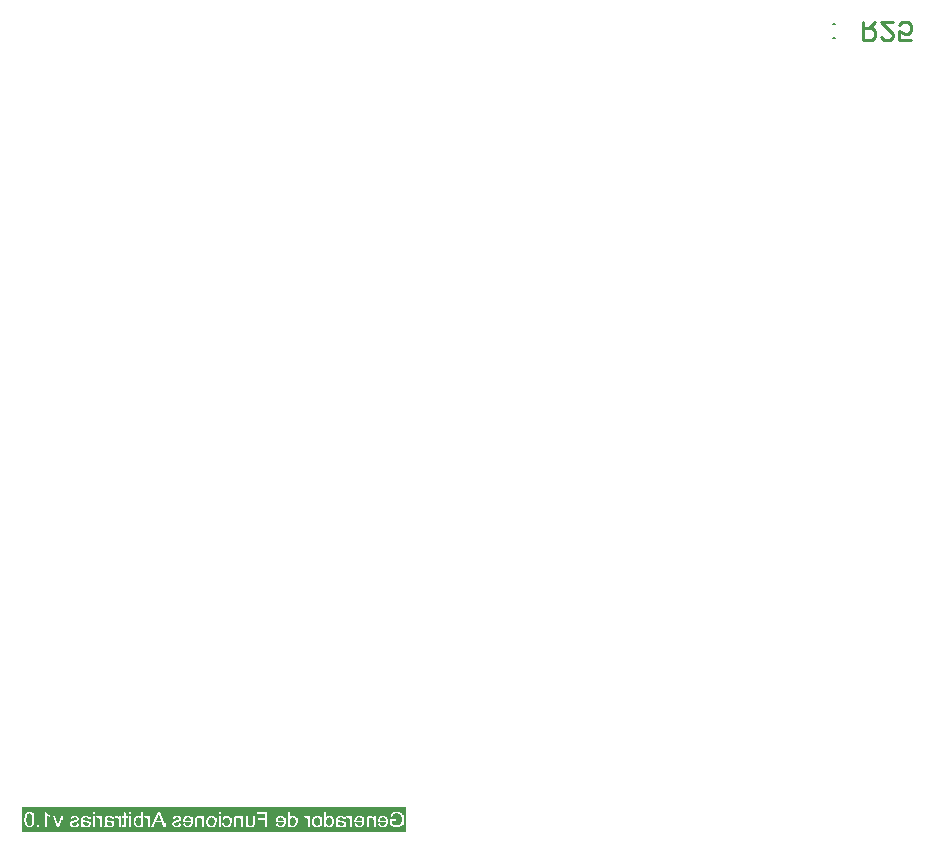
<source format=gbo>
G04*
G04 #@! TF.GenerationSoftware,Altium Limited,Altium Designer,21.3.2 (30)*
G04*
G04 Layer_Color=32896*
%FSLAX25Y25*%
%MOIN*%
G70*
G04*
G04 #@! TF.SameCoordinates,3938395F-A7AF-4B3E-ABAE-92C8EBC603DF*
G04*
G04*
G04 #@! TF.FilePolarity,Positive*
G04*
G01*
G75*
%ADD10C,0.00787*%
%ADD17C,0.01000*%
G36*
X223425Y12942D02*
Y4775D01*
X95472D01*
Y12942D01*
X223425D01*
D02*
G37*
%LPC*%
G36*
X104871Y11404D02*
D01*
Y10137D01*
X104863D01*
X104848Y10145D01*
X104817Y10160D01*
X104786Y10183D01*
X104740Y10206D01*
X104687Y10229D01*
X104564Y10298D01*
X104426Y10383D01*
X104272Y10483D01*
X104118Y10598D01*
X103972Y10721D01*
X103965Y10728D01*
X103957Y10736D01*
X103911Y10782D01*
X103842Y10851D01*
X103757Y10936D01*
X103665Y11043D01*
X103573Y11158D01*
X103489Y11281D01*
X103419Y11404D01*
X103012D01*
Y6335D01*
X104871D01*
Y11404D01*
D02*
G37*
G36*
X130584Y11266D02*
D01*
Y9991D01*
X130123D01*
Y10890D01*
X129501Y11266D01*
Y9991D01*
X128879D01*
Y9507D01*
X129501D01*
Y7365D01*
Y7357D01*
Y7326D01*
Y7280D01*
X129493Y7226D01*
X129485Y7111D01*
X129478Y7065D01*
X129470Y7027D01*
X129462Y7011D01*
X129447Y6981D01*
X129416Y6942D01*
X129370Y6904D01*
X129355Y6896D01*
X129316Y6888D01*
X129247Y6873D01*
X129155Y6865D01*
X129078D01*
X129040Y6873D01*
X128994D01*
X128879Y6888D01*
X128794Y6343D01*
D01*
X128809D01*
X128840Y6335D01*
X128886Y6328D01*
X128955Y6320D01*
X129025Y6305D01*
X129101Y6297D01*
X129263Y6289D01*
X128794D01*
X129316D01*
X129378Y6297D01*
X129455Y6305D01*
X129539Y6312D01*
X129631Y6335D01*
X129716Y6358D01*
X129792Y6389D01*
X129800Y6397D01*
X129823Y6412D01*
X129854Y6435D01*
X129892Y6466D01*
X129938Y6504D01*
X129977Y6550D01*
X130023Y6604D01*
X130054Y6666D01*
Y6673D01*
X130061Y6704D01*
X130077Y6750D01*
X130084Y6827D01*
X130100Y6927D01*
X130107Y6981D01*
X130115Y7050D01*
Y7126D01*
X130123Y7211D01*
Y7303D01*
Y7403D01*
Y9507D01*
X130584D01*
Y6289D01*
D01*
D01*
Y11266D01*
D02*
G37*
G36*
X135722Y11381D02*
X132557D01*
X135099D01*
Y9584D01*
X135092Y9592D01*
X135084Y9607D01*
X135061Y9630D01*
X135030Y9661D01*
X134992Y9699D01*
X134946Y9738D01*
X134831Y9830D01*
X134692Y9922D01*
X134516Y9999D01*
X134423Y10029D01*
X134324Y10052D01*
X134216Y10068D01*
X134109Y10075D01*
X134047D01*
X133986Y10068D01*
X133901Y10060D01*
X133801Y10045D01*
X133694Y10014D01*
X133586Y9983D01*
X133471Y9937D01*
X133456Y9930D01*
X133417Y9914D01*
X133364Y9883D01*
X133295Y9837D01*
X133218Y9784D01*
X133141Y9715D01*
X133056Y9638D01*
X132980Y9553D01*
X132972Y9546D01*
X132949Y9507D01*
X132911Y9453D01*
X132864Y9384D01*
X132818Y9300D01*
X132765Y9200D01*
X132719Y9085D01*
X132673Y8954D01*
X132665Y8939D01*
X132657Y8893D01*
X132634Y8824D01*
X132611Y8732D01*
X132596Y8624D01*
X132573Y8501D01*
X132565Y8363D01*
X132557Y8217D01*
Y8125D01*
X132565Y8063D01*
X132573Y7979D01*
X132580Y7894D01*
X132596Y7787D01*
X132619Y7679D01*
X132673Y7449D01*
X132711Y7326D01*
X132757Y7203D01*
X132811Y7080D01*
X132872Y6965D01*
X132941Y6858D01*
X133026Y6758D01*
X133034Y6750D01*
X133049Y6735D01*
X133072Y6712D01*
X133110Y6681D01*
X133149Y6643D01*
X133202Y6596D01*
X133264Y6550D01*
X133341Y6504D01*
X133502Y6412D01*
X133686Y6328D01*
X133794Y6297D01*
X133901Y6274D01*
X134017Y6259D01*
X134139Y6251D01*
X134201D01*
X134247Y6259D01*
X134301Y6266D01*
X134362Y6282D01*
X134508Y6320D01*
X134585Y6343D01*
X134669Y6381D01*
X134754Y6427D01*
X134838Y6481D01*
X134915Y6543D01*
X135000Y6612D01*
X135076Y6696D01*
X135145Y6788D01*
Y6335D01*
X135722D01*
Y6251D01*
D01*
D01*
Y11381D01*
D02*
G37*
G36*
X168999Y10075D02*
D01*
Y9991D01*
X168438D01*
Y9469D01*
X168431Y9477D01*
X168423Y9492D01*
X168400Y9523D01*
X168361Y9561D01*
X168323Y9607D01*
X168269Y9661D01*
X168216Y9715D01*
X168146Y9776D01*
X168062Y9830D01*
X167977Y9883D01*
X167885Y9937D01*
X167778Y9983D01*
X167670Y10022D01*
X167547Y10052D01*
X167417Y10068D01*
X167279Y10075D01*
X168999D01*
X166027D01*
X167225D01*
X167156Y10068D01*
X167079Y10060D01*
X166987Y10045D01*
X166879Y10022D01*
X166779Y9991D01*
X166672Y9953D01*
X166656Y9945D01*
X166626Y9930D01*
X166580Y9907D01*
X166518Y9868D01*
X166449Y9822D01*
X166380Y9768D01*
X166311Y9707D01*
X166257Y9638D01*
X166250Y9630D01*
X166234Y9607D01*
X166211Y9561D01*
X166180Y9507D01*
X166150Y9446D01*
X166119Y9369D01*
X166088Y9277D01*
X166065Y9185D01*
Y9177D01*
X166058Y9154D01*
X166050Y9108D01*
X166042Y9046D01*
Y8962D01*
X166034Y8854D01*
X166027Y8732D01*
Y6335D01*
X166649D01*
Y8555D01*
Y8563D01*
Y8570D01*
Y8616D01*
Y8686D01*
X166656Y8770D01*
X166664Y8854D01*
X166680Y8954D01*
X166703Y9039D01*
X166726Y9116D01*
Y9123D01*
X166741Y9146D01*
X166756Y9185D01*
X166779Y9223D01*
X166818Y9277D01*
X166864Y9323D01*
X166918Y9377D01*
X166979Y9423D01*
X166987Y9430D01*
X167010Y9438D01*
X167048Y9461D01*
X167102Y9484D01*
X167163Y9499D01*
X167240Y9523D01*
X167317Y9530D01*
X167409Y9538D01*
X167478D01*
X167547Y9523D01*
X167647Y9507D01*
X167755Y9477D01*
X167862Y9430D01*
X167985Y9369D01*
X168093Y9285D01*
X168108Y9269D01*
X168139Y9231D01*
X168185Y9169D01*
X168208Y9123D01*
X168231Y9070D01*
X168262Y9008D01*
X168285Y8939D01*
X168308Y8862D01*
X168331Y8778D01*
X168354Y8678D01*
X168361Y8570D01*
X168377Y8455D01*
Y8332D01*
Y6335D01*
X168999D01*
Y10075D01*
D02*
G37*
G36*
X156073D02*
D01*
Y9991D01*
X155513D01*
Y9469D01*
X155505Y9477D01*
X155498Y9492D01*
X155474Y9523D01*
X155436Y9561D01*
X155398Y9607D01*
X155344Y9661D01*
X155290Y9715D01*
X155221Y9776D01*
X155137Y9830D01*
X155052Y9883D01*
X154960Y9937D01*
X154852Y9983D01*
X154745Y10022D01*
X154622Y10052D01*
X154491Y10068D01*
X154353Y10075D01*
X156073D01*
X153101D01*
X154299D01*
X154230Y10068D01*
X154154Y10060D01*
X154061Y10045D01*
X153954Y10022D01*
X153854Y9991D01*
X153746Y9953D01*
X153731Y9945D01*
X153700Y9930D01*
X153654Y9907D01*
X153593Y9868D01*
X153524Y9822D01*
X153455Y9768D01*
X153385Y9707D01*
X153332Y9638D01*
X153324Y9630D01*
X153309Y9607D01*
X153286Y9561D01*
X153255Y9507D01*
X153224Y9446D01*
X153193Y9369D01*
X153163Y9277D01*
X153140Y9185D01*
Y9177D01*
X153132Y9154D01*
X153124Y9108D01*
X153117Y9046D01*
Y8962D01*
X153109Y8854D01*
X153101Y8732D01*
Y6335D01*
X153723D01*
Y8555D01*
Y8563D01*
Y8570D01*
Y8616D01*
Y8686D01*
X153731Y8770D01*
X153739Y8854D01*
X153754Y8954D01*
X153777Y9039D01*
X153800Y9116D01*
Y9123D01*
X153815Y9146D01*
X153831Y9185D01*
X153854Y9223D01*
X153892Y9277D01*
X153938Y9323D01*
X153992Y9377D01*
X154054Y9423D01*
X154061Y9430D01*
X154084Y9438D01*
X154123Y9461D01*
X154176Y9484D01*
X154238Y9499D01*
X154315Y9523D01*
X154392Y9530D01*
X154484Y9538D01*
X154553D01*
X154622Y9523D01*
X154722Y9507D01*
X154829Y9477D01*
X154937Y9430D01*
X155060Y9369D01*
X155167Y9285D01*
X155183Y9269D01*
X155213Y9231D01*
X155259Y9169D01*
X155282Y9123D01*
X155306Y9070D01*
X155336Y9008D01*
X155359Y8939D01*
X155382Y8862D01*
X155405Y8778D01*
X155428Y8678D01*
X155436Y8570D01*
X155451Y8455D01*
Y8332D01*
Y6335D01*
X156073D01*
Y10075D01*
D02*
G37*
G36*
X205402Y10075D02*
D01*
Y9991D01*
X204841D01*
Y9446D01*
X204834Y9454D01*
X204803Y9500D01*
X204765Y9569D01*
X204719Y9646D01*
X204657Y9730D01*
X204588Y9814D01*
X204527Y9891D01*
X204457Y9945D01*
X204450Y9953D01*
X204427Y9968D01*
X204388Y9983D01*
X204335Y10014D01*
X204281Y10037D01*
X204212Y10052D01*
X204135Y10068D01*
X204058Y10075D01*
X205402D01*
X204004D01*
X203943Y10068D01*
X203858Y10052D01*
X203766Y10022D01*
X203659Y9991D01*
X203543Y9937D01*
X203421Y9868D01*
D01*
X203643Y9300D01*
X203651Y9308D01*
X203682Y9323D01*
X203728Y9346D01*
X203782Y9369D01*
X203851Y9392D01*
X203927Y9415D01*
X204012Y9430D01*
X204097Y9438D01*
X204127D01*
X204166Y9430D01*
X204219Y9423D01*
X204273Y9407D01*
X204335Y9384D01*
X204396Y9354D01*
X204457Y9315D01*
X204465Y9308D01*
X204481Y9292D01*
X204511Y9262D01*
X204542Y9223D01*
X204580Y9177D01*
X204619Y9116D01*
X204649Y9046D01*
X204680Y8970D01*
X204688Y8954D01*
X204696Y8916D01*
X204711Y8847D01*
X204726Y8755D01*
X204749Y8647D01*
X204765Y8524D01*
X204772Y8394D01*
X204780Y8248D01*
Y6335D01*
X205402D01*
Y10075D01*
D02*
G37*
G36*
X191309Y10075D02*
D01*
Y9991D01*
X190749D01*
Y9446D01*
X190741Y9454D01*
X190710Y9499D01*
X190672Y9569D01*
X190626Y9646D01*
X190564Y9730D01*
X190495Y9814D01*
X190434Y9891D01*
X190365Y9945D01*
X190357Y9953D01*
X190334Y9968D01*
X190296Y9983D01*
X190242Y10014D01*
X190188Y10037D01*
X190119Y10052D01*
X190042Y10068D01*
X189965Y10075D01*
X191309D01*
X189911D01*
X189850Y10068D01*
X189766Y10052D01*
X189673Y10022D01*
X189566Y9991D01*
X189451Y9937D01*
X189328Y9868D01*
D01*
X189551Y9300D01*
X189558Y9307D01*
X189589Y9323D01*
X189635Y9346D01*
X189689Y9369D01*
X189758Y9392D01*
X189835Y9415D01*
X189919Y9430D01*
X190004Y9438D01*
X190034D01*
X190073Y9430D01*
X190127Y9423D01*
X190180Y9407D01*
X190242Y9384D01*
X190303Y9354D01*
X190365Y9315D01*
X190372Y9307D01*
X190388Y9292D01*
X190418Y9262D01*
X190449Y9223D01*
X190488Y9177D01*
X190526Y9116D01*
X190557Y9046D01*
X190587Y8970D01*
X190595Y8954D01*
X190603Y8916D01*
X190618Y8847D01*
X190633Y8755D01*
X190656Y8647D01*
X190672Y8524D01*
X190680Y8394D01*
X190687Y8248D01*
Y6335D01*
X191309D01*
Y10075D01*
D02*
G37*
G36*
X138056D02*
D01*
Y9991D01*
X137496Y9991D01*
Y9446D01*
X137488Y9453D01*
X137457Y9499D01*
X137419Y9569D01*
X137373Y9645D01*
X137311Y9730D01*
X137242Y9814D01*
X137181Y9891D01*
X137111Y9945D01*
X137104Y9953D01*
X137081Y9968D01*
X137042Y9983D01*
X136989Y10014D01*
X136935Y10037D01*
X136866Y10052D01*
X136789Y10068D01*
X136712Y10075D01*
X138056Y10075D01*
X136658Y10075D01*
X136597Y10068D01*
X136512Y10052D01*
X136420Y10022D01*
X136313Y9991D01*
X136198Y9937D01*
X136075Y9868D01*
D01*
X136298Y9300D01*
X136305Y9307D01*
X136336Y9323D01*
X136382Y9346D01*
X136436Y9369D01*
X136505Y9392D01*
X136582Y9415D01*
X136666Y9430D01*
X136751Y9438D01*
X136781D01*
X136820Y9430D01*
X136873Y9423D01*
X136927Y9407D01*
X136989Y9384D01*
X137050Y9354D01*
X137111Y9315D01*
X137119Y9307D01*
X137135Y9292D01*
X137165Y9262D01*
X137196Y9223D01*
X137234Y9177D01*
X137273Y9116D01*
X137303Y9046D01*
X137334Y8970D01*
X137342Y8954D01*
X137350Y8916D01*
X137365Y8847D01*
X137380Y8755D01*
X137403Y8647D01*
X137419Y8524D01*
X137426Y8394D01*
X137434Y8248D01*
Y6335D01*
X138056Y6335D01*
Y10075D01*
D02*
G37*
G36*
X128272Y10075D02*
D01*
Y9991D01*
X127711D01*
Y9446D01*
X127703Y9453D01*
X127673Y9499D01*
X127634Y9569D01*
X127588Y9645D01*
X127527Y9730D01*
X127458Y9814D01*
X127396Y9891D01*
X127327Y9945D01*
X127320Y9953D01*
X127296Y9968D01*
X127258Y9983D01*
X127204Y10014D01*
X127151Y10037D01*
X127082Y10052D01*
X127005Y10068D01*
X126928Y10075D01*
X126874D01*
X126813Y10068D01*
X126728Y10052D01*
X126636Y10022D01*
X126529Y9991D01*
X126413Y9937D01*
X126290Y9868D01*
D01*
X126513Y9300D01*
X126521Y9307D01*
X126551Y9323D01*
X126598Y9346D01*
X126651Y9369D01*
X126720Y9392D01*
X126797Y9415D01*
X126882Y9430D01*
X126966Y9438D01*
X126997D01*
X127035Y9430D01*
X127089Y9423D01*
X127143Y9407D01*
X127204Y9384D01*
X127266Y9354D01*
X127327Y9315D01*
X127335Y9307D01*
X127350Y9292D01*
X127381Y9262D01*
X127412Y9223D01*
X127450Y9177D01*
X127489Y9116D01*
X127519Y9046D01*
X127550Y8970D01*
X127558Y8954D01*
X127565Y8916D01*
X127581Y8847D01*
X127596Y8755D01*
X127619Y8647D01*
X127634Y8524D01*
X127642Y8394D01*
X127650Y8248D01*
Y6335D01*
X126290D01*
X128272D01*
Y10075D01*
D02*
G37*
G36*
X122013D02*
D01*
Y9991D01*
X121452D01*
Y9446D01*
X121444Y9453D01*
X121414Y9499D01*
X121375Y9569D01*
X121329Y9645D01*
X121268Y9730D01*
X121199Y9814D01*
X121137Y9891D01*
X121068Y9945D01*
X121060Y9953D01*
X121037Y9968D01*
X120999Y9983D01*
X120945Y10014D01*
X120891Y10037D01*
X120822Y10052D01*
X120746Y10068D01*
X120669Y10075D01*
X122013D01*
X120031D01*
D01*
X120615D01*
X120554Y10068D01*
X120469Y10052D01*
X120377Y10022D01*
X120269Y9991D01*
X120154Y9937D01*
X120031Y9868D01*
D01*
X120254Y9300D01*
X120262Y9307D01*
X120292Y9323D01*
X120338Y9346D01*
X120392Y9369D01*
X120461Y9392D01*
X120538Y9415D01*
X120623Y9430D01*
X120707Y9438D01*
X120738D01*
X120776Y9430D01*
X120830Y9423D01*
X120884Y9407D01*
X120945Y9384D01*
X121007Y9354D01*
X121068Y9315D01*
X121076Y9307D01*
X121091Y9292D01*
X121122Y9262D01*
X121152Y9223D01*
X121191Y9177D01*
X121229Y9116D01*
X121260Y9046D01*
X121291Y8970D01*
X121298Y8954D01*
X121306Y8916D01*
X121321Y8847D01*
X121337Y8755D01*
X121360Y8647D01*
X121375Y8524D01*
X121383Y8394D01*
X121391Y8248D01*
Y6335D01*
X122013D01*
Y10075D01*
D02*
G37*
G36*
X99472Y11404D02*
D01*
Y8970D01*
X99464Y9046D01*
Y9131D01*
X99457Y9231D01*
X99449Y9338D01*
X99426Y9569D01*
X99395Y9807D01*
X99357Y10045D01*
X99326Y10152D01*
X99295Y10260D01*
Y10267D01*
X99287Y10283D01*
X99272Y10314D01*
X99257Y10352D01*
X99242Y10398D01*
X99218Y10452D01*
X99157Y10575D01*
X99080Y10713D01*
X98988Y10851D01*
X98880Y10982D01*
X98750Y11105D01*
X98742D01*
X98735Y11120D01*
X98712Y11135D01*
X98681Y11151D01*
X98604Y11197D01*
X98497Y11258D01*
X98366Y11312D01*
X98205Y11358D01*
X98028Y11389D01*
X97828Y11404D01*
X96185D01*
X97759D01*
X97682Y11396D01*
X97590Y11381D01*
X97483Y11366D01*
X97360Y11335D01*
X97237Y11289D01*
X97122Y11235D01*
X97106Y11227D01*
X97068Y11204D01*
X97014Y11166D01*
X96938Y11120D01*
X96861Y11051D01*
X96776Y10966D01*
X96692Y10874D01*
X96615Y10767D01*
X96607Y10751D01*
X96584Y10713D01*
X96546Y10644D01*
X96500Y10559D01*
X96454Y10452D01*
X96400Y10321D01*
X96346Y10175D01*
X96300Y10014D01*
Y10006D01*
X96292Y9991D01*
Y9968D01*
X96285Y9930D01*
X96269Y9891D01*
X96262Y9837D01*
X96254Y9768D01*
X96239Y9699D01*
X96231Y9615D01*
X96223Y9530D01*
X96208Y9430D01*
X96200Y9323D01*
X96193Y9208D01*
Y9093D01*
X96185Y8824D01*
Y8678D01*
X96193Y8601D01*
Y8517D01*
X96200Y8417D01*
X96208Y8309D01*
X96231Y8079D01*
X96262Y7841D01*
X96308Y7603D01*
X96338Y7495D01*
X96369Y7388D01*
Y7380D01*
X96377Y7365D01*
X96385Y7334D01*
X96400Y7295D01*
X96423Y7249D01*
X96446Y7203D01*
X96507Y7080D01*
X96584Y6942D01*
X96676Y6804D01*
X96784Y6666D01*
X96914Y6543D01*
X96922D01*
X96930Y6527D01*
X96953Y6520D01*
X96976Y6497D01*
X97060Y6451D01*
X97160Y6397D01*
X97298Y6343D01*
X97452Y6297D01*
X97629Y6266D01*
X97828Y6251D01*
X96185D01*
X99472D01*
Y11404D01*
D02*
G37*
G36*
X222713Y11466D02*
Y8901D01*
X222705Y8954D01*
Y9023D01*
X222697Y9100D01*
X222690Y9185D01*
X222674Y9277D01*
X222636Y9492D01*
X222582Y9722D01*
X222505Y9968D01*
X222406Y10206D01*
Y10214D01*
X222390Y10237D01*
X222375Y10267D01*
X222352Y10314D01*
X222313Y10367D01*
X222275Y10421D01*
X222183Y10567D01*
X222052Y10721D01*
X221906Y10874D01*
X221722Y11020D01*
X221630Y11089D01*
X221522Y11151D01*
X221515D01*
X221499Y11166D01*
X221461Y11181D01*
X221423Y11197D01*
X221369Y11227D01*
X221300Y11251D01*
X221223Y11281D01*
X221138Y11312D01*
X221046Y11335D01*
X220946Y11366D01*
X220716Y11419D01*
X220470Y11450D01*
X220194Y11466D01*
X220102D01*
X220056Y11458D01*
X219994D01*
X219864Y11443D01*
X219718Y11419D01*
X219549Y11389D01*
X219380Y11343D01*
X219211Y11281D01*
X219203D01*
X219188Y11274D01*
X219165Y11266D01*
X219134Y11251D01*
X219057Y11212D01*
X218957Y11151D01*
X218842Y11082D01*
X218727Y10997D01*
X218612Y10905D01*
X218512Y10790D01*
X218504Y10774D01*
X218474Y10736D01*
X218427Y10667D01*
X218366Y10567D01*
X218304Y10452D01*
X218243Y10314D01*
X218182Y10152D01*
X218128Y9968D01*
X218735Y9799D01*
Y9807D01*
X218742Y9814D01*
X218750Y9860D01*
X218781Y9930D01*
X218811Y10022D01*
X218850Y10114D01*
X218896Y10214D01*
X218950Y10314D01*
X219011Y10406D01*
X219019Y10413D01*
X219042Y10444D01*
X219080Y10483D01*
X219134Y10536D01*
X219203Y10590D01*
X219287Y10652D01*
X219380Y10705D01*
X219495Y10759D01*
X219510Y10767D01*
X219549Y10782D01*
X219618Y10805D01*
X219702Y10828D01*
X219802Y10851D01*
X219917Y10874D01*
X220048Y10890D01*
X220186Y10897D01*
X220263D01*
X220347Y10890D01*
X220455Y10882D01*
X220578Y10859D01*
X220716Y10836D01*
X220847Y10797D01*
X220977Y10751D01*
X220992Y10744D01*
X221031Y10728D01*
X221092Y10698D01*
X221169Y10652D01*
X221254Y10598D01*
X221346Y10536D01*
X221430Y10467D01*
X221515Y10383D01*
X221522Y10375D01*
X221546Y10344D01*
X221584Y10298D01*
X221630Y10237D01*
X221684Y10160D01*
X221738Y10075D01*
X221783Y9983D01*
X221830Y9883D01*
Y9876D01*
X221837Y9860D01*
X221845Y9838D01*
X221860Y9799D01*
X221876Y9761D01*
X221891Y9707D01*
X221922Y9584D01*
X221960Y9430D01*
X221991Y9262D01*
X222014Y9070D01*
X222022Y8870D01*
Y8862D01*
Y8839D01*
Y8808D01*
X222014Y8755D01*
Y8701D01*
X222006Y8632D01*
X221999Y8555D01*
X221991Y8478D01*
X221968Y8294D01*
X221922Y8102D01*
X221868Y7918D01*
X221791Y7733D01*
Y7726D01*
X221783Y7710D01*
X221768Y7687D01*
X221745Y7656D01*
X221691Y7580D01*
X221622Y7480D01*
X221530Y7372D01*
X221415Y7257D01*
X221277Y7149D01*
X221123Y7057D01*
X221115D01*
X221100Y7050D01*
X221077Y7034D01*
X221046Y7027D01*
X221008Y7011D01*
X220954Y6988D01*
X220839Y6950D01*
X220693Y6911D01*
X220539Y6873D01*
X220363Y6850D01*
X220178Y6842D01*
X220102D01*
X220017Y6850D01*
X219910Y6865D01*
X219787Y6881D01*
X219641Y6911D01*
X219487Y6950D01*
X219334Y7004D01*
X219326D01*
X219318Y7011D01*
X219295Y7019D01*
X219265Y7034D01*
X219188Y7065D01*
X219095Y7111D01*
X218996Y7165D01*
X218896Y7226D01*
X218796Y7295D01*
X218704Y7365D01*
Y8317D01*
X220186D01*
Y8908D01*
X218051D01*
Y7034D01*
X218059Y7027D01*
X218074Y7019D01*
X218097Y6996D01*
X218135Y6973D01*
X218182Y6934D01*
X218235Y6904D01*
X218366Y6812D01*
X218519Y6719D01*
X218689Y6620D01*
X218881Y6527D01*
X219073Y6443D01*
X219080D01*
X219095Y6435D01*
X219126Y6427D01*
X219165Y6412D01*
X219211Y6397D01*
X219265Y6381D01*
X219334Y6366D01*
X219403Y6351D01*
X219564Y6312D01*
X219741Y6282D01*
X219940Y6259D01*
X220140Y6251D01*
X220209D01*
X220263Y6259D01*
X220332D01*
X220409Y6266D01*
X220493Y6274D01*
X220585Y6289D01*
X220800Y6328D01*
X221023Y6381D01*
X221261Y6458D01*
X221492Y6566D01*
X221499Y6573D01*
X221515Y6581D01*
X221553Y6596D01*
X221591Y6627D01*
X221645Y6658D01*
X221699Y6696D01*
X221830Y6796D01*
X221983Y6927D01*
X222129Y7088D01*
X222275Y7272D01*
X222406Y7480D01*
Y7487D01*
X222421Y7510D01*
X222436Y7541D01*
X222452Y7587D01*
X222475Y7641D01*
X222505Y7710D01*
X222529Y7787D01*
X222559Y7879D01*
X222590Y7971D01*
X222613Y8079D01*
X222667Y8309D01*
X222697Y8563D01*
X222713Y8831D01*
Y6266D01*
Y11466D01*
D02*
G37*
G36*
X203267Y10075D02*
D01*
Y7342D01*
X203259Y7395D01*
X203252Y7457D01*
X203236Y7534D01*
X203221Y7618D01*
X203190Y7702D01*
X203152Y7787D01*
X203144Y7795D01*
X203129Y7825D01*
X203106Y7864D01*
X203067Y7918D01*
X203021Y7971D01*
X202960Y8033D01*
X202898Y8086D01*
X202829Y8140D01*
X202822Y8148D01*
X202791Y8163D01*
X202752Y8186D01*
X202699Y8217D01*
X202630Y8255D01*
X202560Y8286D01*
X202476Y8317D01*
X202384Y8348D01*
X202376D01*
X202345Y8355D01*
X202307Y8363D01*
X202246Y8378D01*
X202169Y8394D01*
X202069Y8409D01*
X201961Y8424D01*
X201831Y8440D01*
X201823D01*
X201800Y8447D01*
X201762D01*
X201708Y8455D01*
X201647Y8463D01*
X201577Y8470D01*
X201409Y8501D01*
X201232Y8532D01*
X201047Y8563D01*
X200871Y8609D01*
X200794Y8632D01*
X200725Y8655D01*
Y8662D01*
Y8678D01*
X200717Y8724D01*
Y8778D01*
Y8801D01*
Y8816D01*
Y8824D01*
Y8831D01*
Y8878D01*
X200725Y8947D01*
X200740Y9023D01*
X200763Y9108D01*
X200794Y9200D01*
X200833Y9277D01*
X200894Y9346D01*
X200902Y9354D01*
X200940Y9377D01*
X200994Y9415D01*
X201071Y9454D01*
X201170Y9492D01*
X201293Y9530D01*
X201439Y9553D01*
X201601Y9561D01*
X201670D01*
X201746Y9553D01*
X201846Y9546D01*
X201954Y9523D01*
X202054Y9500D01*
X202161Y9461D01*
X202246Y9407D01*
X202253Y9400D01*
X202276Y9377D01*
X202315Y9338D01*
X202361Y9285D01*
X202415Y9208D01*
X202461Y9116D01*
X202514Y9000D01*
X202553Y8870D01*
X203159Y8954D01*
Y8962D01*
X203152Y8970D01*
X203144Y9016D01*
X203121Y9085D01*
X203098Y9177D01*
X203060Y9277D01*
X203014Y9377D01*
X202960Y9484D01*
X202891Y9576D01*
X202883Y9584D01*
X202852Y9615D01*
X202814Y9661D01*
X202752Y9715D01*
X202676Y9768D01*
X202576Y9830D01*
X202468Y9891D01*
X202345Y9945D01*
X202338D01*
X202330Y9953D01*
X202307Y9960D01*
X202284Y9968D01*
X202207Y9983D01*
X202107Y10014D01*
X201985Y10037D01*
X201846Y10052D01*
X201685Y10068D01*
X201516Y10075D01*
X203267D01*
X199903D01*
X201439D01*
X201355Y10068D01*
X201247Y10060D01*
X201124Y10045D01*
X200994Y10029D01*
X200871Y9999D01*
X200756Y9960D01*
X200740Y9953D01*
X200710Y9945D01*
X200656Y9914D01*
X200594Y9883D01*
X200525Y9845D01*
X200448Y9799D01*
X200387Y9745D01*
X200326Y9684D01*
X200318Y9676D01*
X200303Y9653D01*
X200279Y9622D01*
X200249Y9569D01*
X200218Y9507D01*
X200187Y9438D01*
X200157Y9354D01*
X200134Y9262D01*
Y9254D01*
X200126Y9231D01*
X200118Y9192D01*
X200111Y9131D01*
Y9054D01*
X200103Y8954D01*
X200095Y8839D01*
Y8693D01*
Y7864D01*
Y7856D01*
Y7825D01*
Y7779D01*
Y7726D01*
Y7656D01*
Y7580D01*
X200087Y7403D01*
Y7211D01*
X200080Y7034D01*
X200072Y6950D01*
Y6881D01*
X200064Y6819D01*
X200057Y6765D01*
Y6758D01*
X200049Y6727D01*
X200042Y6681D01*
X200026Y6627D01*
X200003Y6566D01*
X199972Y6489D01*
X199903Y6335D01*
D01*
X200548D01*
X200556Y6343D01*
X200564Y6366D01*
X200579Y6412D01*
X200602Y6466D01*
X200625Y6535D01*
X200641Y6612D01*
X200656Y6696D01*
X200671Y6796D01*
X200687Y6781D01*
X200733Y6750D01*
X200794Y6696D01*
X200886Y6635D01*
X200986Y6558D01*
X201101Y6489D01*
X201217Y6427D01*
X201339Y6374D01*
X201355Y6366D01*
X201393Y6358D01*
X201455Y6335D01*
X201539Y6312D01*
X201647Y6289D01*
X201762Y6274D01*
X201885Y6259D01*
X202023Y6251D01*
X202077D01*
X202123Y6259D01*
X202169D01*
X202230Y6266D01*
X202361Y6289D01*
X202514Y6320D01*
X202660Y6374D01*
X202814Y6443D01*
X202944Y6543D01*
X202960Y6558D01*
X202998Y6596D01*
X203044Y6658D01*
X203106Y6750D01*
X203167Y6858D01*
X203213Y6981D01*
X203252Y7134D01*
X203267Y7295D01*
Y6251D01*
D01*
D01*
Y10075D01*
D02*
G37*
G36*
X126137Y10075D02*
D01*
Y7342D01*
X126129Y7395D01*
X126121Y7457D01*
X126106Y7534D01*
X126091Y7618D01*
X126060Y7702D01*
X126022Y7787D01*
X126014Y7795D01*
X125999Y7825D01*
X125976Y7864D01*
X125937Y7917D01*
X125891Y7971D01*
X125830Y8033D01*
X125768Y8086D01*
X125699Y8140D01*
X125691Y8148D01*
X125661Y8163D01*
X125622Y8186D01*
X125568Y8217D01*
X125499Y8255D01*
X125430Y8286D01*
X125346Y8317D01*
X125254Y8348D01*
X125246D01*
X125215Y8355D01*
X125177Y8363D01*
X125115Y8378D01*
X125039Y8394D01*
X124939Y8409D01*
X124831Y8424D01*
X124701Y8440D01*
X124693D01*
X124670Y8447D01*
X124632D01*
X124578Y8455D01*
X124516Y8463D01*
X124447Y8470D01*
X124278Y8501D01*
X124102Y8532D01*
X123917Y8563D01*
X123741Y8609D01*
X123664Y8632D01*
X123595Y8655D01*
Y8662D01*
Y8678D01*
X123587Y8724D01*
Y8778D01*
Y8801D01*
Y8816D01*
Y8824D01*
Y8831D01*
Y8878D01*
X123595Y8947D01*
X123610Y9023D01*
X123633Y9108D01*
X123664Y9200D01*
X123702Y9277D01*
X123764Y9346D01*
X123771Y9354D01*
X123810Y9377D01*
X123863Y9415D01*
X123940Y9453D01*
X124040Y9492D01*
X124163Y9530D01*
X124309Y9553D01*
X124470Y9561D01*
X124539D01*
X124616Y9553D01*
X124716Y9546D01*
X124823Y9523D01*
X124923Y9499D01*
X125031Y9461D01*
X125115Y9407D01*
X125123Y9400D01*
X125146Y9377D01*
X125185Y9338D01*
X125231Y9285D01*
X125284Y9208D01*
X125330Y9116D01*
X125384Y9000D01*
X125423Y8870D01*
X126029Y8954D01*
Y8962D01*
X126022Y8970D01*
X126014Y9016D01*
X125991Y9085D01*
X125968Y9177D01*
X125929Y9277D01*
X125883Y9377D01*
X125830Y9484D01*
X125760Y9576D01*
X125753Y9584D01*
X125722Y9615D01*
X125684Y9661D01*
X125622Y9715D01*
X125546Y9768D01*
X125446Y9830D01*
X125338Y9891D01*
X125215Y9945D01*
X125207D01*
X125200Y9953D01*
X125177Y9960D01*
X125154Y9968D01*
X125077Y9983D01*
X124977Y10014D01*
X124854Y10037D01*
X124716Y10052D01*
X124555Y10068D01*
X124386Y10075D01*
X124309D01*
X124224Y10068D01*
X124117Y10060D01*
X123994Y10045D01*
X123863Y10029D01*
X123741Y9999D01*
X123626Y9960D01*
X123610Y9953D01*
X123579Y9945D01*
X123526Y9914D01*
X123464Y9883D01*
X123395Y9845D01*
X123318Y9799D01*
X123257Y9745D01*
X123195Y9684D01*
X123188Y9676D01*
X123172Y9653D01*
X123149Y9622D01*
X123119Y9569D01*
X123088Y9507D01*
X123057Y9438D01*
X123026Y9354D01*
X123003Y9262D01*
Y9254D01*
X122996Y9231D01*
X122988Y9192D01*
X122980Y9131D01*
Y9054D01*
X122973Y8954D01*
X122965Y8839D01*
Y8693D01*
Y7864D01*
Y7856D01*
Y7825D01*
Y7779D01*
Y7725D01*
Y7656D01*
Y7580D01*
X122957Y7403D01*
Y7211D01*
X122950Y7034D01*
X122942Y6950D01*
Y6881D01*
X122934Y6819D01*
X122927Y6765D01*
Y6758D01*
X122919Y6727D01*
X122911Y6681D01*
X122896Y6627D01*
X122873Y6566D01*
X122842Y6489D01*
X122773Y6335D01*
D01*
X123418D01*
X123426Y6343D01*
X123433Y6366D01*
X123449Y6412D01*
X123472Y6466D01*
X123495Y6535D01*
X123510Y6612D01*
X123526Y6696D01*
X123541Y6796D01*
X123556Y6781D01*
X123602Y6750D01*
X123664Y6696D01*
X123756Y6635D01*
X123856Y6558D01*
X123971Y6489D01*
X124086Y6427D01*
X124209Y6374D01*
X124224Y6366D01*
X124263Y6358D01*
X124324Y6335D01*
X124409Y6312D01*
X124516Y6289D01*
X124632Y6274D01*
X124754Y6259D01*
X124893Y6251D01*
X122773D01*
D01*
X126137D01*
Y10075D01*
D02*
G37*
G36*
X118311D02*
D01*
Y7342D01*
X118303Y7395D01*
X118296Y7457D01*
X118280Y7534D01*
X118265Y7618D01*
X118234Y7702D01*
X118196Y7787D01*
X118188Y7795D01*
X118173Y7825D01*
X118150Y7864D01*
X118111Y7917D01*
X118065Y7971D01*
X118004Y8033D01*
X117942Y8086D01*
X117873Y8140D01*
X117866Y8148D01*
X117835Y8163D01*
X117796Y8186D01*
X117743Y8217D01*
X117674Y8255D01*
X117604Y8286D01*
X117520Y8317D01*
X117428Y8348D01*
X117420D01*
X117389Y8355D01*
X117351Y8363D01*
X117289Y8378D01*
X117213Y8394D01*
X117113Y8409D01*
X117005Y8424D01*
X116875Y8440D01*
X116867D01*
X116844Y8447D01*
X116806D01*
X116752Y8455D01*
X116690Y8463D01*
X116621Y8470D01*
X116452Y8501D01*
X116276Y8532D01*
X116091Y8563D01*
X115915Y8609D01*
X115838Y8632D01*
X115769Y8655D01*
Y8662D01*
Y8678D01*
X115761Y8724D01*
Y8778D01*
Y8801D01*
Y8816D01*
Y8824D01*
Y8831D01*
Y8878D01*
X115769Y8947D01*
X115784Y9023D01*
X115807Y9108D01*
X115838Y9200D01*
X115876Y9277D01*
X115938Y9346D01*
X115945Y9354D01*
X115984Y9377D01*
X116038Y9415D01*
X116114Y9453D01*
X116214Y9492D01*
X116337Y9530D01*
X116483Y9553D01*
X116644Y9561D01*
X116714D01*
X116790Y9553D01*
X116890Y9546D01*
X116998Y9523D01*
X117097Y9499D01*
X117205Y9461D01*
X117289Y9407D01*
X117297Y9400D01*
X117320Y9377D01*
X117359Y9338D01*
X117405Y9285D01*
X117458Y9208D01*
X117505Y9116D01*
X117558Y9000D01*
X117597Y8870D01*
X118203Y8954D01*
Y8962D01*
X118196Y8970D01*
X118188Y9016D01*
X118165Y9085D01*
X118142Y9177D01*
X118104Y9277D01*
X118058Y9377D01*
X118004Y9484D01*
X117935Y9576D01*
X117927Y9584D01*
X117896Y9615D01*
X117858Y9661D01*
X117796Y9715D01*
X117719Y9768D01*
X117620Y9830D01*
X117512Y9891D01*
X117389Y9945D01*
X117382D01*
X117374Y9953D01*
X117351Y9960D01*
X117328Y9968D01*
X117251Y9983D01*
X117151Y10014D01*
X117028Y10037D01*
X116890Y10052D01*
X116729Y10068D01*
X116560Y10075D01*
X116483D01*
X116399Y10068D01*
X116291Y10060D01*
X116168Y10045D01*
X116038Y10029D01*
X115915Y9999D01*
X115799Y9960D01*
X115784Y9953D01*
X115753Y9945D01*
X115700Y9914D01*
X115638Y9883D01*
X115569Y9845D01*
X115492Y9799D01*
X115431Y9745D01*
X115369Y9684D01*
X115362Y9676D01*
X115346Y9653D01*
X115323Y9622D01*
X115293Y9569D01*
X115262Y9507D01*
X115231Y9438D01*
X115200Y9354D01*
X115178Y9262D01*
Y9254D01*
X115170Y9231D01*
X115162Y9192D01*
X115154Y9131D01*
Y9054D01*
X115147Y8954D01*
X115139Y8839D01*
Y8693D01*
Y7864D01*
Y7856D01*
Y7825D01*
Y7779D01*
Y7725D01*
Y7656D01*
Y7580D01*
X115131Y7403D01*
Y7211D01*
X115124Y7034D01*
X115116Y6950D01*
Y6881D01*
X115108Y6819D01*
X115101Y6765D01*
Y6758D01*
X115093Y6727D01*
X115085Y6681D01*
X115070Y6627D01*
X115047Y6566D01*
X115016Y6489D01*
X114947Y6335D01*
D01*
X115592D01*
X115600Y6343D01*
X115608Y6366D01*
X115623Y6412D01*
X115646Y6466D01*
X115669Y6535D01*
X115684Y6612D01*
X115700Y6696D01*
X115715Y6796D01*
X115730Y6781D01*
X115777Y6750D01*
X115838Y6696D01*
X115930Y6635D01*
X116030Y6558D01*
X116145Y6489D01*
X116260Y6427D01*
X116383Y6374D01*
X116399Y6366D01*
X116437Y6358D01*
X116498Y6335D01*
X116583Y6312D01*
X116690Y6289D01*
X116806Y6274D01*
X116929Y6259D01*
X117067Y6251D01*
X114947D01*
D01*
X118311D01*
Y10075D01*
D02*
G37*
G36*
X199366Y11381D02*
D01*
Y8248D01*
X199358Y8294D01*
Y8355D01*
X199343Y8486D01*
X199320Y8639D01*
X199289Y8801D01*
X199250Y8977D01*
X199189Y9146D01*
Y9154D01*
X199181Y9169D01*
X199166Y9192D01*
X199151Y9223D01*
X199112Y9300D01*
X199051Y9400D01*
X198974Y9515D01*
X198882Y9630D01*
X198774Y9738D01*
X198644Y9838D01*
X198636D01*
X198628Y9845D01*
X198582Y9876D01*
X198505Y9914D01*
X198406Y9960D01*
X198283Y9999D01*
X198144Y10037D01*
X197991Y10068D01*
X197830Y10075D01*
X197776D01*
X197714Y10068D01*
X197630Y10060D01*
X197546Y10037D01*
X197446Y10014D01*
X197346Y9976D01*
X197246Y9930D01*
X197231Y9922D01*
X197200Y9907D01*
X197154Y9876D01*
X197092Y9830D01*
X197031Y9784D01*
X196954Y9722D01*
X196885Y9646D01*
X196824Y9569D01*
Y11381D01*
X199366D01*
X196202D01*
Y6335D01*
X196777D01*
Y6788D01*
X196785Y6781D01*
X196793Y6765D01*
X196816Y6742D01*
X196847Y6704D01*
X196877Y6666D01*
X196923Y6620D01*
X196977Y6573D01*
X197039Y6520D01*
X197108Y6474D01*
X197185Y6420D01*
X197269Y6374D01*
X197353Y6335D01*
X197453Y6297D01*
X197561Y6274D01*
X197676Y6259D01*
X197799Y6251D01*
X199366D01*
Y11381D01*
D02*
G37*
G36*
X187231Y11381D02*
D01*
Y8248D01*
X187223Y8294D01*
Y8355D01*
X187208Y8486D01*
X187185Y8639D01*
X187154Y8801D01*
X187116Y8977D01*
X187055Y9146D01*
Y9154D01*
X187047Y9169D01*
X187031Y9192D01*
X187016Y9223D01*
X186978Y9300D01*
X186916Y9400D01*
X186839Y9515D01*
X186747Y9630D01*
X186640Y9738D01*
X186509Y9838D01*
X186502D01*
X186494Y9845D01*
X186448Y9876D01*
X186371Y9914D01*
X186271Y9960D01*
X186148Y9999D01*
X186010Y10037D01*
X185856Y10068D01*
X185695Y10075D01*
X185642D01*
X185580Y10068D01*
X185495Y10060D01*
X185411Y10037D01*
X185311Y10014D01*
X185211Y9976D01*
X185111Y9930D01*
X185096Y9922D01*
X185065Y9907D01*
X185019Y9876D01*
X184958Y9830D01*
X184897Y9784D01*
X184820Y9722D01*
X184751Y9646D01*
X184689Y9569D01*
Y11381D01*
X187231D01*
X184067D01*
Y6335D01*
X184643D01*
Y6788D01*
X184651Y6781D01*
X184658Y6765D01*
X184681Y6742D01*
X184712Y6704D01*
X184743Y6666D01*
X184789Y6620D01*
X184843Y6573D01*
X184904Y6520D01*
X184973Y6474D01*
X185050Y6420D01*
X185135Y6374D01*
X185219Y6335D01*
X185319Y6297D01*
X185426Y6274D01*
X185542Y6259D01*
X185664Y6251D01*
X187231D01*
Y11381D01*
D02*
G37*
G36*
X165259Y10075D02*
D01*
Y8248D01*
X165251Y8302D01*
Y8355D01*
X165236Y8501D01*
X165213Y8662D01*
X165174Y8831D01*
X165128Y9016D01*
X165067Y9185D01*
Y9192D01*
X165059Y9208D01*
X165044Y9231D01*
X165028Y9262D01*
X164982Y9338D01*
X164921Y9438D01*
X164836Y9546D01*
X164736Y9653D01*
X164614Y9761D01*
X164475Y9853D01*
X164468D01*
X164460Y9860D01*
X164437Y9876D01*
X164406Y9891D01*
X164322Y9922D01*
X164214Y9968D01*
X164091Y10006D01*
X163938Y10045D01*
X163777Y10068D01*
X163608Y10075D01*
X163546D01*
X163508Y10068D01*
X163454D01*
X163400Y10060D01*
X163262Y10037D01*
X163108Y9999D01*
X162939Y9945D01*
X162778Y9868D01*
X162632Y9768D01*
X162625D01*
X162617Y9753D01*
X162571Y9715D01*
X162509Y9646D01*
X162433Y9553D01*
X162348Y9430D01*
X162271Y9285D01*
X162202Y9108D01*
X162148Y8916D01*
X162747Y8824D01*
Y8831D01*
X162755Y8839D01*
X162763Y8885D01*
X162786Y8947D01*
X162817Y9031D01*
X162863Y9123D01*
X162916Y9215D01*
X162978Y9300D01*
X163055Y9377D01*
X163062Y9384D01*
X163093Y9407D01*
X163139Y9438D01*
X163200Y9477D01*
X163277Y9507D01*
X163362Y9538D01*
X163469Y9561D01*
X163577Y9569D01*
X163623D01*
X163654Y9561D01*
X163738Y9553D01*
X163846Y9530D01*
X163969Y9484D01*
X164091Y9423D01*
X164222Y9346D01*
X164283Y9292D01*
X164337Y9231D01*
X164353Y9215D01*
X164360Y9192D01*
X164383Y9169D01*
X164406Y9131D01*
X164429Y9085D01*
X164452Y9031D01*
X164475Y8970D01*
X164506Y8901D01*
X164529Y8824D01*
X164552Y8732D01*
X164575Y8639D01*
X164598Y8532D01*
X164606Y8417D01*
X164621Y8294D01*
Y8163D01*
Y8156D01*
Y8133D01*
Y8094D01*
X164614Y8040D01*
Y7979D01*
X164606Y7910D01*
X164583Y7756D01*
X164552Y7580D01*
X164506Y7395D01*
X164437Y7234D01*
X164391Y7157D01*
X164345Y7088D01*
X164330Y7073D01*
X164291Y7034D01*
X164230Y6981D01*
X164145Y6927D01*
X164045Y6865D01*
X163915Y6812D01*
X163777Y6773D01*
X163700Y6765D01*
X163615Y6758D01*
X163554D01*
X163485Y6773D01*
X163400Y6788D01*
X163308Y6812D01*
X163200Y6850D01*
X163101Y6904D01*
X163008Y6981D01*
X163001Y6988D01*
X162970Y7027D01*
X162924Y7073D01*
X162878Y7149D01*
X162824Y7249D01*
X162770Y7365D01*
X162724Y7510D01*
X162694Y7672D01*
X162087Y7587D01*
Y7580D01*
X162095Y7557D01*
X162102Y7526D01*
X162110Y7487D01*
X162125Y7434D01*
X162141Y7372D01*
X162187Y7226D01*
X162256Y7073D01*
X162348Y6904D01*
X162463Y6750D01*
X162601Y6604D01*
X162609D01*
X162617Y6589D01*
X162640Y6573D01*
X162671Y6550D01*
X162717Y6520D01*
X162763Y6489D01*
X162878Y6427D01*
X163024Y6366D01*
X163200Y6305D01*
X163392Y6266D01*
X163500Y6259D01*
X163608Y6251D01*
X162087D01*
D01*
X165259D01*
Y10075D01*
D02*
G37*
G36*
X209519Y10075D02*
D01*
Y8217D01*
X209511Y8278D01*
X209503Y8355D01*
X209495Y8447D01*
X209480Y8547D01*
X209457Y8655D01*
X209403Y8885D01*
X209365Y9000D01*
X209319Y9123D01*
X209265Y9238D01*
X209204Y9354D01*
X209135Y9461D01*
X209050Y9561D01*
X209042Y9569D01*
X209027Y9584D01*
X209004Y9607D01*
X208966Y9646D01*
X208920Y9684D01*
X208858Y9722D01*
X208797Y9768D01*
X208720Y9822D01*
X208635Y9868D01*
X208543Y9914D01*
X208443Y9953D01*
X208328Y9999D01*
X208213Y10029D01*
X208090Y10052D01*
X207960Y10068D01*
X207821Y10075D01*
X206155D01*
X207752D01*
X207698Y10068D01*
X207637Y10060D01*
X207560Y10052D01*
X207483Y10037D01*
X207391Y10014D01*
X207207Y9953D01*
X207107Y9914D01*
X207007Y9860D01*
X206907Y9807D01*
X206807Y9738D01*
X206715Y9661D01*
X206623Y9569D01*
X206615Y9561D01*
X206600Y9546D01*
X206577Y9515D01*
X206546Y9477D01*
X206516Y9423D01*
X206477Y9361D01*
X206431Y9292D01*
X206385Y9208D01*
X206347Y9108D01*
X206301Y9008D01*
X206262Y8893D01*
X206224Y8762D01*
X206201Y8632D01*
X206178Y8486D01*
X206162Y8332D01*
X206155Y8163D01*
Y8071D01*
X206162Y8002D01*
X208881D01*
Y7994D01*
Y7979D01*
X208874Y7941D01*
Y7902D01*
X208866Y7848D01*
X208858Y7795D01*
X208827Y7656D01*
X208781Y7510D01*
X208728Y7357D01*
X208643Y7203D01*
X208543Y7073D01*
X208528Y7057D01*
X208489Y7027D01*
X208420Y6973D01*
X208336Y6919D01*
X208221Y6858D01*
X208090Y6804D01*
X207944Y6773D01*
X207783Y6758D01*
X207721D01*
X207660Y6765D01*
X207583Y6781D01*
X207491Y6804D01*
X207391Y6835D01*
X207291Y6873D01*
X207199Y6934D01*
X207191Y6942D01*
X207161Y6973D01*
X207115Y7011D01*
X207061Y7080D01*
X206999Y7157D01*
X206938Y7257D01*
X206877Y7380D01*
X206815Y7518D01*
X206178Y7434D01*
Y7426D01*
X206186Y7411D01*
X206193Y7380D01*
X206208Y7342D01*
X206224Y7295D01*
X206247Y7242D01*
X206308Y7111D01*
X206385Y6973D01*
X206477Y6827D01*
X206600Y6681D01*
X206738Y6558D01*
X206746D01*
X206754Y6543D01*
X206777Y6527D01*
X206815Y6512D01*
X206854Y6489D01*
X206900Y6458D01*
X206954Y6435D01*
X207023Y6404D01*
X207169Y6351D01*
X207353Y6297D01*
X207553Y6266D01*
X207783Y6251D01*
X209519D01*
Y10075D01*
D02*
G37*
G36*
X183291Y10075D02*
D01*
Y8217D01*
X183284Y8278D01*
X183276Y8355D01*
X183268Y8447D01*
X183253Y8547D01*
X183230Y8655D01*
X183176Y8885D01*
X183138Y9000D01*
X183092Y9123D01*
X183038Y9238D01*
X182976Y9354D01*
X182907Y9461D01*
X182823Y9561D01*
X182815Y9569D01*
X182800Y9584D01*
X182777Y9607D01*
X182738Y9646D01*
X182692Y9684D01*
X182631Y9722D01*
X182570Y9768D01*
X182493Y9822D01*
X182408Y9868D01*
X182316Y9914D01*
X182216Y9953D01*
X182101Y9999D01*
X181986Y10029D01*
X181863Y10052D01*
X181732Y10068D01*
X181594Y10075D01*
X179928D01*
X181525D01*
X181471Y10068D01*
X181410Y10060D01*
X181333Y10052D01*
X181256Y10037D01*
X181164Y10014D01*
X180980Y9953D01*
X180880Y9914D01*
X180780Y9860D01*
X180680Y9807D01*
X180580Y9738D01*
X180488Y9661D01*
X180396Y9569D01*
X180388Y9561D01*
X180373Y9546D01*
X180350Y9515D01*
X180319Y9477D01*
X180289Y9423D01*
X180250Y9361D01*
X180204Y9292D01*
X180158Y9208D01*
X180120Y9108D01*
X180073Y9008D01*
X180035Y8893D01*
X179997Y8762D01*
X179974Y8632D01*
X179951Y8486D01*
X179935Y8332D01*
X179928Y8163D01*
Y8071D01*
X179935Y8002D01*
X182654D01*
Y7994D01*
Y7979D01*
X182646Y7941D01*
Y7902D01*
X182639Y7848D01*
X182631Y7795D01*
X182600Y7656D01*
X182554Y7510D01*
X182500Y7357D01*
X182416Y7203D01*
X182316Y7073D01*
X182301Y7057D01*
X182262Y7027D01*
X182193Y6973D01*
X182109Y6919D01*
X181993Y6858D01*
X181863Y6804D01*
X181717Y6773D01*
X181556Y6758D01*
X181494D01*
X181433Y6765D01*
X181356Y6781D01*
X181264Y6804D01*
X181164Y6835D01*
X181064Y6873D01*
X180972Y6934D01*
X180964Y6942D01*
X180934Y6973D01*
X180887Y7011D01*
X180834Y7080D01*
X180772Y7157D01*
X180711Y7257D01*
X180649Y7380D01*
X180588Y7518D01*
X179951Y7434D01*
Y7426D01*
X179958Y7411D01*
X179966Y7380D01*
X179981Y7342D01*
X179997Y7295D01*
X180020Y7242D01*
X180081Y7111D01*
X180158Y6973D01*
X180250Y6827D01*
X180373Y6681D01*
X180511Y6558D01*
X180519D01*
X180527Y6543D01*
X180550Y6527D01*
X180588Y6512D01*
X180626Y6489D01*
X180673Y6458D01*
X180726Y6435D01*
X180795Y6404D01*
X180941Y6351D01*
X181126Y6297D01*
X181325Y6266D01*
X181556Y6251D01*
X183291D01*
Y10075D01*
D02*
G37*
G36*
X152356D02*
D01*
Y8217D01*
X152349Y8278D01*
X152341Y8355D01*
X152333Y8447D01*
X152318Y8547D01*
X152295Y8655D01*
X152241Y8885D01*
X152203Y9000D01*
X152157Y9123D01*
X152103Y9238D01*
X152041Y9354D01*
X151972Y9461D01*
X151888Y9561D01*
X151880Y9569D01*
X151865Y9584D01*
X151842Y9607D01*
X151803Y9646D01*
X151757Y9684D01*
X151696Y9722D01*
X151634Y9768D01*
X151558Y9822D01*
X151473Y9868D01*
X151381Y9914D01*
X151281Y9953D01*
X151166Y9999D01*
X151051Y10029D01*
X150928Y10052D01*
X150797Y10068D01*
X150659Y10075D01*
X150590D01*
X150536Y10068D01*
X150475Y10060D01*
X150398Y10052D01*
X150321Y10037D01*
X150229Y10014D01*
X150045Y9953D01*
X149945Y9914D01*
X149845Y9860D01*
X149745Y9807D01*
X149645Y9738D01*
X149553Y9661D01*
X149461Y9569D01*
X149453Y9561D01*
X149438Y9546D01*
X149415Y9515D01*
X149384Y9477D01*
X149354Y9423D01*
X149315Y9361D01*
X149269Y9292D01*
X149223Y9208D01*
X149185Y9108D01*
X149138Y9008D01*
X149100Y8893D01*
X149062Y8762D01*
X149039Y8632D01*
X149015Y8486D01*
X149000Y8332D01*
X148993Y8163D01*
Y8071D01*
X149000Y8002D01*
X151719D01*
Y7994D01*
Y7979D01*
X151711Y7941D01*
Y7902D01*
X151704Y7848D01*
X151696Y7795D01*
X151665Y7656D01*
X151619Y7510D01*
X151565Y7357D01*
X151481Y7203D01*
X151381Y7073D01*
X151366Y7057D01*
X151327Y7027D01*
X151258Y6973D01*
X151174Y6919D01*
X151058Y6858D01*
X150928Y6804D01*
X150782Y6773D01*
X150621Y6758D01*
X150559D01*
X150498Y6765D01*
X150421Y6781D01*
X150329Y6804D01*
X150229Y6835D01*
X150129Y6873D01*
X150037Y6934D01*
X150029Y6942D01*
X149999Y6973D01*
X149952Y7011D01*
X149899Y7080D01*
X149837Y7157D01*
X149776Y7257D01*
X149714Y7380D01*
X149653Y7518D01*
X149015Y7434D01*
Y7426D01*
X149023Y7411D01*
X149031Y7380D01*
X149046Y7342D01*
X149062Y7295D01*
X149085Y7242D01*
X149146Y7111D01*
X149223Y6973D01*
X149315Y6827D01*
X149438Y6681D01*
X149576Y6558D01*
X149584D01*
X149592Y6543D01*
X149615Y6527D01*
X149653Y6512D01*
X149691Y6489D01*
X149738Y6458D01*
X149791Y6435D01*
X149860Y6404D01*
X150006Y6351D01*
X150191Y6297D01*
X150390Y6266D01*
X150621Y6251D01*
X148993D01*
D01*
X152356D01*
Y10075D01*
D02*
G37*
G36*
X195457Y10075D02*
D01*
Y8209D01*
X195449Y8263D01*
Y8332D01*
X195441Y8417D01*
X195426Y8509D01*
X195410Y8616D01*
X195387Y8732D01*
X195357Y8854D01*
X195318Y8977D01*
X195272Y9100D01*
X195218Y9223D01*
X195157Y9346D01*
X195080Y9461D01*
X194996Y9569D01*
X194896Y9668D01*
X194888Y9676D01*
X194873Y9684D01*
X194850Y9707D01*
X194811Y9730D01*
X194765Y9761D01*
X194711Y9799D01*
X194650Y9838D01*
X194573Y9876D01*
X194497Y9907D01*
X194412Y9945D01*
X194212Y10014D01*
X193990Y10060D01*
X193867Y10068D01*
X193744Y10075D01*
X195457Y10075D01*
X192031Y10075D01*
X193675D01*
X193621Y10068D01*
X193552Y10060D01*
X193483Y10052D01*
X193398Y10037D01*
X193306Y10014D01*
X193114Y9953D01*
X193014Y9914D01*
X192907Y9868D01*
X192807Y9807D01*
X192707Y9738D01*
X192607Y9661D01*
X192515Y9576D01*
X192507Y9569D01*
X192492Y9553D01*
X192469Y9523D01*
X192438Y9484D01*
X192400Y9438D01*
X192361Y9377D01*
X192315Y9300D01*
X192269Y9223D01*
X192231Y9131D01*
X192185Y9023D01*
X192146Y8916D01*
X192108Y8793D01*
X192077Y8662D01*
X192054Y8517D01*
X192039Y8371D01*
X192031Y8209D01*
Y8094D01*
X192039Y8033D01*
Y7964D01*
X192047Y7887D01*
X192054Y7802D01*
X192085Y7626D01*
X192123Y7441D01*
X192177Y7257D01*
X192246Y7096D01*
Y7088D01*
X192254Y7080D01*
X192285Y7027D01*
X192338Y6957D01*
X192408Y6865D01*
X192492Y6765D01*
X192599Y6666D01*
X192722Y6566D01*
X192868Y6474D01*
X192876D01*
X192884Y6466D01*
X192907Y6451D01*
X192938Y6443D01*
X193022Y6404D01*
X193130Y6366D01*
X193260Y6320D01*
X193406Y6289D01*
X193567Y6259D01*
X193744Y6251D01*
X193821D01*
X193874Y6259D01*
X193936Y6266D01*
X194013Y6274D01*
X194097Y6289D01*
X194189Y6312D01*
X194381Y6374D01*
X194489Y6412D01*
X194589Y6458D01*
X194696Y6512D01*
X194796Y6581D01*
X194896Y6658D01*
X194988Y6742D01*
X194996Y6750D01*
X195011Y6765D01*
X195034Y6796D01*
X195057Y6835D01*
X195096Y6888D01*
X195134Y6950D01*
X195180Y7019D01*
X195218Y7103D01*
X195264Y7203D01*
X195311Y7303D01*
X195349Y7426D01*
X195380Y7549D01*
X195410Y7687D01*
X195433Y7833D01*
X195449Y7994D01*
X195457Y8163D01*
Y6251D01*
D01*
D01*
Y10075D01*
D02*
G37*
G36*
X160221Y10075D02*
D01*
Y8209D01*
X160213Y8263D01*
Y8332D01*
X160205Y8417D01*
X160190Y8509D01*
X160175Y8616D01*
X160152Y8732D01*
X160121Y8854D01*
X160082Y8977D01*
X160036Y9100D01*
X159983Y9223D01*
X159921Y9346D01*
X159844Y9461D01*
X159760Y9569D01*
X159660Y9668D01*
X159652Y9676D01*
X159637Y9684D01*
X159614Y9707D01*
X159575Y9730D01*
X159529Y9761D01*
X159476Y9799D01*
X159414Y9838D01*
X159337Y9876D01*
X159261Y9907D01*
X159176Y9945D01*
X158976Y10014D01*
X158754Y10060D01*
X158631Y10068D01*
X158508Y10075D01*
X158439D01*
X158385Y10068D01*
X158316Y10060D01*
X158247Y10052D01*
X158162Y10037D01*
X158070Y10014D01*
X157878Y9953D01*
X157778Y9914D01*
X157671Y9868D01*
X157571Y9807D01*
X157471Y9738D01*
X157371Y9661D01*
X157279Y9576D01*
X157272Y9569D01*
X157256Y9553D01*
X157233Y9523D01*
X157202Y9484D01*
X157164Y9438D01*
X157126Y9377D01*
X157080Y9300D01*
X157034Y9223D01*
X156995Y9131D01*
X156949Y9023D01*
X156911Y8916D01*
X156872Y8793D01*
X156842Y8662D01*
X156818Y8517D01*
X156803Y8371D01*
X156795Y8209D01*
Y8094D01*
X156803Y8033D01*
Y7964D01*
X156811Y7887D01*
X156818Y7802D01*
X156849Y7626D01*
X156887Y7441D01*
X156941Y7257D01*
X157010Y7096D01*
Y7088D01*
X157018Y7080D01*
X157049Y7027D01*
X157103Y6957D01*
X157172Y6865D01*
X157256Y6765D01*
X157364Y6666D01*
X157487Y6566D01*
X157633Y6474D01*
X157640D01*
X157648Y6466D01*
X157671Y6451D01*
X157702Y6443D01*
X157786Y6404D01*
X157894Y6366D01*
X158024Y6320D01*
X158170Y6289D01*
X158331Y6259D01*
X158508Y6251D01*
X156795D01*
D01*
X160221D01*
Y10075D01*
D02*
G37*
G36*
X172923Y9991D02*
X172301D01*
Y7956D01*
Y7948D01*
Y7933D01*
Y7910D01*
Y7879D01*
Y7795D01*
X172294Y7695D01*
Y7587D01*
X172286Y7480D01*
X172278Y7380D01*
X172271Y7303D01*
Y7295D01*
X172255Y7265D01*
X172240Y7219D01*
X172217Y7165D01*
X172186Y7103D01*
X172140Y7034D01*
X172086Y6973D01*
X172025Y6919D01*
X172017Y6911D01*
X171986Y6896D01*
X171948Y6873D01*
X171894Y6850D01*
X171825Y6827D01*
X171748Y6804D01*
X171656Y6788D01*
X171556Y6781D01*
X171510D01*
X171457Y6788D01*
X171387Y6796D01*
X171311Y6812D01*
X171226Y6842D01*
X171134Y6873D01*
X171042Y6919D01*
X171034Y6927D01*
X171003Y6950D01*
X170957Y6981D01*
X170904Y7027D01*
X170850Y7080D01*
X170788Y7149D01*
X170742Y7226D01*
X170696Y7311D01*
X170688Y7326D01*
X170681Y7357D01*
X170666Y7411D01*
X170642Y7495D01*
X170619Y7595D01*
X170604Y7718D01*
X170596Y7864D01*
X170589Y8025D01*
Y9991D01*
X169967D01*
Y6335D01*
X170519D01*
Y6865D01*
X170527Y6858D01*
X170543Y6842D01*
X170566Y6812D01*
X170596Y6773D01*
X170642Y6719D01*
X170696Y6673D01*
X170758Y6612D01*
X170827Y6558D01*
X170904Y6504D01*
X170988Y6443D01*
X171088Y6397D01*
X171188Y6351D01*
X171303Y6305D01*
X171418Y6274D01*
X171549Y6259D01*
X171679Y6251D01*
X169967D01*
X172923D01*
Y9991D01*
D02*
G37*
G36*
X215655Y10075D02*
X213988D01*
X215586D01*
X215532Y10068D01*
X215471Y10060D01*
X215394Y10052D01*
X215317Y10037D01*
X215225Y10014D01*
X215040Y9953D01*
X214941Y9914D01*
X214841Y9860D01*
X214741Y9807D01*
X214641Y9738D01*
X214549Y9661D01*
X214457Y9569D01*
X214449Y9561D01*
X214434Y9546D01*
X214411Y9515D01*
X214380Y9477D01*
X214349Y9423D01*
X214311Y9361D01*
X214265Y9292D01*
X214219Y9208D01*
X214180Y9108D01*
X214134Y9008D01*
X214096Y8893D01*
X214057Y8762D01*
X214034Y8632D01*
X214011Y8486D01*
X213996Y8332D01*
X213988Y8163D01*
Y8071D01*
X213996Y8002D01*
X216715D01*
Y7994D01*
Y7979D01*
X216707Y7941D01*
Y7902D01*
X216699Y7848D01*
X216692Y7795D01*
X216661Y7656D01*
X216615Y7510D01*
X216561Y7357D01*
X216477Y7203D01*
X216377Y7073D01*
X216361Y7057D01*
X216323Y7027D01*
X216254Y6973D01*
X216170Y6919D01*
X216054Y6858D01*
X215924Y6804D01*
X215778Y6773D01*
X215616Y6758D01*
X215555D01*
X215494Y6765D01*
X215417Y6781D01*
X215325Y6804D01*
X215225Y6835D01*
X215125Y6873D01*
X215033Y6934D01*
X215025Y6942D01*
X214994Y6973D01*
X214948Y7011D01*
X214895Y7080D01*
X214833Y7157D01*
X214772Y7257D01*
X214710Y7380D01*
X214649Y7518D01*
X214011Y7434D01*
Y7426D01*
X214019Y7411D01*
X214027Y7380D01*
X214042Y7342D01*
X214057Y7295D01*
X214081Y7242D01*
X214142Y7111D01*
X214219Y6973D01*
X214311Y6827D01*
X214434Y6681D01*
X214572Y6558D01*
X214580D01*
X214587Y6543D01*
X214610Y6527D01*
X214649Y6512D01*
X214687Y6489D01*
X214733Y6458D01*
X214787Y6435D01*
X214856Y6404D01*
X215002Y6351D01*
X215186Y6297D01*
X215386Y6266D01*
X215616Y6251D01*
X217352D01*
X215693D01*
X215747Y6259D01*
X215816Y6266D01*
X215893Y6274D01*
X215978Y6289D01*
X216077Y6312D01*
X216277Y6374D01*
X216385Y6412D01*
X216484Y6458D01*
X216592Y6512D01*
X216692Y6581D01*
X216792Y6658D01*
X216884Y6742D01*
X216891Y6750D01*
X216907Y6765D01*
X216930Y6796D01*
X216953Y6835D01*
X216991Y6881D01*
X217030Y6942D01*
X217076Y7019D01*
X217114Y7103D01*
X217160Y7196D01*
X217206Y7295D01*
X217245Y7411D01*
X217275Y7534D01*
X217306Y7664D01*
X217329Y7810D01*
X217344Y7964D01*
X217352Y8125D01*
Y8217D01*
X217344Y8278D01*
X217337Y8355D01*
X217329Y8447D01*
X217314Y8547D01*
X217291Y8655D01*
X217237Y8885D01*
X217199Y9000D01*
X217153Y9123D01*
X217099Y9238D01*
X217037Y9354D01*
X216968Y9461D01*
X216884Y9561D01*
X216876Y9569D01*
X216861Y9584D01*
X216838Y9607D01*
X216799Y9646D01*
X216753Y9684D01*
X216692Y9722D01*
X216630Y9768D01*
X216553Y9822D01*
X216469Y9868D01*
X216377Y9914D01*
X216277Y9953D01*
X216162Y9999D01*
X216047Y10029D01*
X215924Y10052D01*
X215793Y10068D01*
X215655Y10075D01*
D02*
G37*
G36*
X213236D02*
X210263D01*
X211462D01*
X211392Y10068D01*
X211316Y10060D01*
X211224Y10045D01*
X211116Y10022D01*
X211016Y9991D01*
X210909Y9953D01*
X210893Y9945D01*
X210863Y9930D01*
X210817Y9907D01*
X210755Y9868D01*
X210686Y9822D01*
X210617Y9768D01*
X210548Y9707D01*
X210494Y9638D01*
X210486Y9630D01*
X210471Y9607D01*
X210448Y9561D01*
X210417Y9507D01*
X210386Y9446D01*
X210356Y9369D01*
X210325Y9277D01*
X210302Y9185D01*
Y9177D01*
X210294Y9154D01*
X210287Y9108D01*
X210279Y9046D01*
Y8962D01*
X210271Y8854D01*
X210263Y8732D01*
Y6335D01*
X210886D01*
Y8555D01*
Y8563D01*
Y8570D01*
Y8616D01*
Y8686D01*
X210893Y8770D01*
X210901Y8854D01*
X210916Y8954D01*
X210939Y9039D01*
X210962Y9116D01*
Y9123D01*
X210978Y9146D01*
X210993Y9185D01*
X211016Y9223D01*
X211055Y9277D01*
X211101Y9323D01*
X211154Y9377D01*
X211216Y9423D01*
X211224Y9430D01*
X211247Y9438D01*
X211285Y9461D01*
X211339Y9484D01*
X211400Y9500D01*
X211477Y9523D01*
X211554Y9530D01*
X211646Y9538D01*
X211715D01*
X211784Y9523D01*
X211884Y9507D01*
X211992Y9477D01*
X212099Y9430D01*
X212222Y9369D01*
X212330Y9285D01*
X212345Y9269D01*
X212375Y9231D01*
X212422Y9169D01*
X212445Y9123D01*
X212468Y9070D01*
X212498Y9008D01*
X212522Y8939D01*
X212544Y8862D01*
X212567Y8778D01*
X212591Y8678D01*
X212598Y8570D01*
X212614Y8455D01*
Y8332D01*
Y6335D01*
X213236D01*
Y9999D01*
Y9991D01*
X212675D01*
Y9469D01*
X212667Y9477D01*
X212660Y9492D01*
X212637Y9523D01*
X212598Y9561D01*
X212560Y9607D01*
X212506Y9661D01*
X212452Y9715D01*
X212383Y9776D01*
X212299Y9830D01*
X212214Y9883D01*
X212122Y9937D01*
X212015Y9983D01*
X211907Y10022D01*
X211784Y10052D01*
X211654Y10068D01*
X211515Y10075D01*
X213236D01*
D02*
G37*
G36*
X177101Y11381D02*
X173699D01*
Y10790D01*
X176433D01*
Y9215D01*
X174068D01*
Y8624D01*
X176433D01*
Y6335D01*
X177101D01*
Y11381D01*
D02*
G37*
G36*
X161549D02*
X160927D01*
Y10675D01*
X161549D01*
Y9991D01*
X160927D01*
Y6335D01*
X161549D01*
Y11381D01*
D02*
G37*
G36*
X143225D02*
D01*
Y6335D01*
X141297Y11381D01*
X138517D01*
X140568D01*
X138517Y6335D01*
D01*
X139270D01*
X139853Y7864D01*
X141973D01*
X142518Y6335D01*
X143225D01*
Y11381D01*
D02*
G37*
G36*
X131789Y11381D02*
X131167D01*
Y10675D01*
X131789D01*
Y9991D01*
X131167D01*
Y6335D01*
X131789D01*
Y11381D01*
D02*
G37*
G36*
X119663D02*
X119041D01*
Y10675D01*
X119663D01*
Y9991D01*
X119041D01*
Y6335D01*
X119663D01*
Y11381D01*
D02*
G37*
G36*
X109080Y9991D02*
D01*
Y6335D01*
X107689D01*
X109080Y9991D01*
X108427D01*
X107643Y7795D01*
X107636Y7779D01*
X107620Y7733D01*
X107597Y7664D01*
X107567Y7572D01*
X107528Y7464D01*
X107490Y7342D01*
X107444Y7203D01*
X107405Y7065D01*
X107398Y7080D01*
X107390Y7119D01*
X107367Y7180D01*
X107344Y7257D01*
X107313Y7357D01*
X107275Y7480D01*
X107229Y7610D01*
X107175Y7756D01*
X106361Y9991D01*
X105723D01*
D01*
X107106Y6335D01*
X105723D01*
X109080D01*
Y9991D01*
D02*
G37*
G36*
X101085Y7042D02*
X100378D01*
Y6335D01*
X101085D01*
Y7042D01*
D02*
G37*
G36*
X148486Y10075D02*
X147169D01*
X148486D01*
Y6251D01*
D01*
Y10075D01*
D02*
G37*
G36*
X147149D02*
X145444D01*
X146973D01*
X146888Y10068D01*
X146788Y10060D01*
X146666Y10045D01*
X146543Y10022D01*
X146412Y9991D01*
X146289Y9945D01*
X146282D01*
X146274Y9937D01*
X146235Y9922D01*
X146174Y9891D01*
X146105Y9860D01*
X146028Y9807D01*
X145943Y9753D01*
X145867Y9684D01*
X145805Y9607D01*
X145798Y9599D01*
X145782Y9569D01*
X145752Y9523D01*
X145713Y9461D01*
X145682Y9384D01*
X145644Y9285D01*
X145613Y9177D01*
X145583Y9054D01*
X146189Y8970D01*
Y8985D01*
X146197Y9016D01*
X146212Y9070D01*
X146235Y9131D01*
X146266Y9200D01*
X146312Y9269D01*
X146366Y9346D01*
X146435Y9407D01*
X146443Y9415D01*
X146474Y9430D01*
X146519Y9461D01*
X146581Y9492D01*
X146658Y9515D01*
X146758Y9546D01*
X146865Y9561D01*
X146996Y9569D01*
X147065D01*
X147142Y9561D01*
X147234Y9553D01*
X147334Y9530D01*
X147433Y9507D01*
X147533Y9469D01*
X147610Y9423D01*
X147618Y9415D01*
X147641Y9400D01*
X147664Y9369D01*
X147695Y9331D01*
X147733Y9285D01*
X147756Y9223D01*
X147779Y9162D01*
X147787Y9093D01*
Y9085D01*
Y9070D01*
X147779Y9046D01*
Y9016D01*
X147756Y8947D01*
X147718Y8870D01*
X147710Y8862D01*
X147702Y8854D01*
X147656Y8816D01*
X147626Y8785D01*
X147587Y8762D01*
X147533Y8732D01*
X147479Y8709D01*
X147472D01*
X147457Y8701D01*
X147426Y8693D01*
X147372Y8678D01*
X147303Y8655D01*
X147203Y8624D01*
X147080Y8593D01*
X147011Y8570D01*
X146927Y8547D01*
X146919D01*
X146896Y8540D01*
X146865Y8532D01*
X146819Y8517D01*
X146765Y8501D01*
X146704Y8486D01*
X146566Y8447D01*
X146412Y8401D01*
X146258Y8348D01*
X146120Y8302D01*
X146059Y8278D01*
X146005Y8255D01*
X145990Y8248D01*
X145959Y8232D01*
X145913Y8209D01*
X145859Y8179D01*
X145790Y8133D01*
X145721Y8071D01*
X145659Y8010D01*
X145598Y7933D01*
X145590Y7925D01*
X145575Y7894D01*
X145552Y7848D01*
X145521Y7787D01*
X145490Y7710D01*
X145467Y7618D01*
X145452Y7518D01*
X145444Y7403D01*
Y7349D01*
X145452Y7288D01*
X145467Y7219D01*
X145490Y7126D01*
X145521Y7027D01*
X145567Y6927D01*
X145629Y6819D01*
X145636Y6804D01*
X145659Y6773D01*
X145705Y6727D01*
X145767Y6666D01*
X145836Y6596D01*
X145928Y6527D01*
X146036Y6458D01*
X146159Y6397D01*
X146174Y6389D01*
X146220Y6374D01*
X146289Y6351D01*
X146381Y6328D01*
X146496Y6297D01*
X146627Y6274D01*
X146773Y6259D01*
X146927Y6251D01*
X146996D01*
X147042Y6259D01*
X147103D01*
X147172Y6266D01*
X147334Y6289D01*
X147510Y6320D01*
X147687Y6374D01*
X147863Y6443D01*
X147940Y6489D01*
X148017Y6543D01*
X148025D01*
X148032Y6558D01*
X148079Y6596D01*
X148140Y6666D01*
X148217Y6765D01*
X148294Y6888D01*
X148370Y7042D01*
X148440Y7219D01*
X148486Y7426D01*
X147871Y7526D01*
Y7518D01*
Y7510D01*
X147863Y7464D01*
X147840Y7395D01*
X147818Y7311D01*
X147779Y7219D01*
X147733Y7126D01*
X147664Y7034D01*
X147587Y6950D01*
X147579Y6942D01*
X147541Y6919D01*
X147487Y6888D01*
X147418Y6858D01*
X147318Y6819D01*
X147211Y6788D01*
X147073Y6765D01*
X146927Y6758D01*
X146858D01*
X146781Y6765D01*
X146688Y6781D01*
X146581Y6796D01*
X146474Y6827D01*
X146374Y6873D01*
X146289Y6927D01*
X146282Y6934D01*
X146258Y6957D01*
X146220Y6996D01*
X146182Y7042D01*
X146151Y7103D01*
X146113Y7180D01*
X146089Y7257D01*
X146082Y7342D01*
Y7349D01*
Y7380D01*
X146089Y7411D01*
X146105Y7464D01*
X146128Y7510D01*
X146159Y7572D01*
X146205Y7626D01*
X146266Y7672D01*
X146274Y7679D01*
X146297Y7687D01*
X146335Y7702D01*
X146397Y7733D01*
X146481Y7756D01*
X146589Y7795D01*
X146658Y7818D01*
X146727Y7833D01*
X146811Y7856D01*
X146904Y7879D01*
X146911D01*
X146934Y7887D01*
X146965Y7894D01*
X147011Y7910D01*
X147073Y7925D01*
X147134Y7941D01*
X147280Y7987D01*
X147433Y8033D01*
X147595Y8079D01*
X147741Y8133D01*
X147802Y8156D01*
X147856Y8179D01*
X147863Y8186D01*
X147902Y8202D01*
X147948Y8232D01*
X148002Y8271D01*
X148071Y8317D01*
X148132Y8378D01*
X148202Y8447D01*
X148255Y8524D01*
X148263Y8532D01*
X148278Y8563D01*
X148294Y8609D01*
X148317Y8670D01*
X148347Y8739D01*
X148363Y8824D01*
X148378Y8916D01*
X148386Y9016D01*
Y9023D01*
Y9054D01*
X148378Y9108D01*
X148370Y9162D01*
X148363Y9231D01*
X148340Y9307D01*
X148317Y9392D01*
X148278Y9469D01*
X148271Y9477D01*
X148255Y9507D01*
X148232Y9546D01*
X148194Y9592D01*
X148155Y9646D01*
X148102Y9699D01*
X148040Y9761D01*
X147971Y9814D01*
X147963Y9822D01*
X147940Y9830D01*
X147910Y9853D01*
X147863Y9876D01*
X147810Y9907D01*
X147741Y9937D01*
X147664Y9968D01*
X147579Y9999D01*
X147564D01*
X147533Y10014D01*
X147487Y10022D01*
X147418Y10037D01*
X147334Y10052D01*
X147249Y10060D01*
X147149Y10075D01*
D02*
G37*
G36*
X114433Y10075D02*
X113116D01*
X114433D01*
Y6251D01*
D01*
Y10075D01*
D02*
G37*
G36*
X113096D02*
X111391D01*
X112919D01*
X112835Y10068D01*
X112735Y10060D01*
X112612Y10045D01*
X112489Y10022D01*
X112359Y9991D01*
X112236Y9945D01*
X112228D01*
X112221Y9937D01*
X112182Y9922D01*
X112121Y9891D01*
X112052Y9860D01*
X111975Y9807D01*
X111890Y9753D01*
X111814Y9684D01*
X111752Y9607D01*
X111744Y9599D01*
X111729Y9569D01*
X111698Y9523D01*
X111660Y9461D01*
X111629Y9384D01*
X111591Y9285D01*
X111560Y9177D01*
X111530Y9054D01*
X112136Y8970D01*
Y8985D01*
X112144Y9016D01*
X112159Y9070D01*
X112182Y9131D01*
X112213Y9200D01*
X112259Y9269D01*
X112313Y9346D01*
X112382Y9407D01*
X112390Y9415D01*
X112420Y9430D01*
X112466Y9461D01*
X112528Y9492D01*
X112605Y9515D01*
X112705Y9546D01*
X112812Y9561D01*
X112943Y9569D01*
X113012D01*
X113089Y9561D01*
X113181Y9553D01*
X113280Y9530D01*
X113380Y9507D01*
X113480Y9469D01*
X113557Y9423D01*
X113565Y9415D01*
X113588Y9400D01*
X113611Y9369D01*
X113642Y9331D01*
X113680Y9285D01*
X113703Y9223D01*
X113726Y9162D01*
X113734Y9093D01*
Y9085D01*
Y9070D01*
X113726Y9046D01*
Y9016D01*
X113703Y8947D01*
X113664Y8870D01*
X113657Y8862D01*
X113649Y8854D01*
X113603Y8816D01*
X113572Y8785D01*
X113534Y8762D01*
X113480Y8732D01*
X113426Y8709D01*
X113419D01*
X113403Y8701D01*
X113373Y8693D01*
X113319Y8678D01*
X113250Y8655D01*
X113150Y8624D01*
X113027Y8593D01*
X112958Y8570D01*
X112873Y8547D01*
X112866D01*
X112843Y8540D01*
X112812Y8532D01*
X112766Y8517D01*
X112712Y8501D01*
X112651Y8486D01*
X112513Y8447D01*
X112359Y8401D01*
X112205Y8348D01*
X112067Y8301D01*
X112006Y8278D01*
X111952Y8255D01*
X111936Y8248D01*
X111906Y8232D01*
X111860Y8209D01*
X111806Y8179D01*
X111737Y8133D01*
X111668Y8071D01*
X111606Y8010D01*
X111545Y7933D01*
X111537Y7925D01*
X111522Y7894D01*
X111499Y7848D01*
X111468Y7787D01*
X111437Y7710D01*
X111414Y7618D01*
X111399Y7518D01*
X111391Y7403D01*
Y7349D01*
X111399Y7288D01*
X111414Y7219D01*
X111437Y7126D01*
X111468Y7027D01*
X111514Y6927D01*
X111575Y6819D01*
X111583Y6804D01*
X111606Y6773D01*
X111652Y6727D01*
X111714Y6666D01*
X111783Y6596D01*
X111875Y6527D01*
X111983Y6458D01*
X112106Y6397D01*
X112121Y6389D01*
X112167Y6374D01*
X112236Y6351D01*
X112328Y6328D01*
X112443Y6297D01*
X112574Y6274D01*
X112720Y6259D01*
X112873Y6251D01*
X112943D01*
X112989Y6259D01*
X113050D01*
X113119Y6266D01*
X113280Y6289D01*
X113457Y6320D01*
X113634Y6374D01*
X113810Y6443D01*
X113887Y6489D01*
X113964Y6543D01*
X113972D01*
X113979Y6558D01*
X114025Y6596D01*
X114087Y6666D01*
X114164Y6765D01*
X114241Y6888D01*
X114317Y7042D01*
X114386Y7219D01*
X114433Y7426D01*
X113818Y7526D01*
Y7518D01*
Y7510D01*
X113810Y7464D01*
X113787Y7395D01*
X113764Y7311D01*
X113726Y7219D01*
X113680Y7126D01*
X113611Y7034D01*
X113534Y6950D01*
X113526Y6942D01*
X113488Y6919D01*
X113434Y6888D01*
X113365Y6858D01*
X113265Y6819D01*
X113158Y6788D01*
X113019Y6765D01*
X112873Y6758D01*
X112804D01*
X112727Y6765D01*
X112635Y6781D01*
X112528Y6796D01*
X112420Y6827D01*
X112320Y6873D01*
X112236Y6927D01*
X112228Y6934D01*
X112205Y6957D01*
X112167Y6996D01*
X112128Y7042D01*
X112098Y7103D01*
X112059Y7180D01*
X112036Y7257D01*
X112029Y7342D01*
Y7349D01*
Y7380D01*
X112036Y7411D01*
X112052Y7464D01*
X112075Y7510D01*
X112106Y7572D01*
X112152Y7626D01*
X112213Y7672D01*
X112221Y7679D01*
X112244Y7687D01*
X112282Y7702D01*
X112344Y7733D01*
X112428Y7756D01*
X112536Y7795D01*
X112605Y7818D01*
X112674Y7833D01*
X112758Y7856D01*
X112850Y7879D01*
X112858D01*
X112881Y7887D01*
X112912Y7894D01*
X112958Y7910D01*
X113019Y7925D01*
X113081Y7941D01*
X113227Y7987D01*
X113380Y8033D01*
X113542Y8079D01*
X113688Y8133D01*
X113749Y8156D01*
X113803Y8179D01*
X113810Y8186D01*
X113849Y8202D01*
X113895Y8232D01*
X113949Y8271D01*
X114018Y8317D01*
X114079Y8378D01*
X114148Y8447D01*
X114202Y8524D01*
X114210Y8532D01*
X114225Y8563D01*
X114241Y8609D01*
X114263Y8670D01*
X114294Y8739D01*
X114310Y8824D01*
X114325Y8916D01*
X114333Y9016D01*
Y9023D01*
Y9054D01*
X114325Y9108D01*
X114317Y9162D01*
X114310Y9231D01*
X114287Y9307D01*
X114263Y9392D01*
X114225Y9469D01*
X114217Y9477D01*
X114202Y9507D01*
X114179Y9546D01*
X114141Y9592D01*
X114102Y9645D01*
X114049Y9699D01*
X113987Y9761D01*
X113918Y9814D01*
X113910Y9822D01*
X113887Y9830D01*
X113856Y9853D01*
X113810Y9876D01*
X113757Y9907D01*
X113688Y9937D01*
X113611Y9968D01*
X113526Y9999D01*
X113511D01*
X113480Y10014D01*
X113434Y10022D01*
X113365Y10037D01*
X113280Y10052D01*
X113196Y10060D01*
X113096Y10075D01*
D02*
G37*
%LPD*%
G36*
X103642Y10275D02*
X103673Y10244D01*
X103727Y10206D01*
X103796Y10152D01*
X103880Y10083D01*
X103980Y10014D01*
X104095Y9930D01*
X104226Y9853D01*
X104234D01*
X104241Y9845D01*
X104287Y9814D01*
X104356Y9776D01*
X104441Y9730D01*
X104541Y9676D01*
X104648Y9630D01*
X104763Y9576D01*
X104871Y9530D01*
Y6335D01*
X103634D01*
Y10283D01*
X103642Y10275D01*
D02*
G37*
G36*
X134239Y9561D02*
X134316Y9553D01*
X134408Y9523D01*
X134516Y9484D01*
X134639Y9415D01*
X134754Y9331D01*
X134815Y9269D01*
X134869Y9208D01*
Y9200D01*
X134884Y9192D01*
X134892Y9169D01*
X134915Y9139D01*
X134938Y9108D01*
X134961Y9062D01*
X134984Y9008D01*
X135015Y8947D01*
X135046Y8878D01*
X135069Y8801D01*
X135092Y8716D01*
X135115Y8632D01*
X135145Y8424D01*
X135161Y8186D01*
Y8179D01*
Y8156D01*
Y8125D01*
Y8079D01*
X135153Y8025D01*
Y7964D01*
X135138Y7818D01*
X135115Y7664D01*
X135084Y7503D01*
X135046Y7357D01*
X135015Y7295D01*
X134984Y7234D01*
Y7226D01*
X134969Y7211D01*
X134953Y7188D01*
X134930Y7157D01*
X134869Y7080D01*
X134777Y6996D01*
X134662Y6911D01*
X134523Y6835D01*
X134454Y6804D01*
X134370Y6781D01*
X134285Y6765D01*
X134193Y6758D01*
X134155D01*
X134124Y6765D01*
X134047Y6773D01*
X133955Y6804D01*
X133840Y6842D01*
X133725Y6904D01*
X133609Y6996D01*
X133548Y7050D01*
X133494Y7111D01*
Y7119D01*
X133479Y7126D01*
X133464Y7149D01*
X133448Y7180D01*
X133425Y7211D01*
X133402Y7257D01*
X133371Y7311D01*
X133341Y7372D01*
X133318Y7449D01*
X133287Y7526D01*
X133264Y7610D01*
X133241Y7702D01*
X133226Y7810D01*
X133210Y7917D01*
X133195Y8033D01*
Y8163D01*
Y8171D01*
Y8194D01*
Y8232D01*
X133202Y8278D01*
Y8340D01*
X133210Y8409D01*
X133233Y8563D01*
X133264Y8739D01*
X133318Y8908D01*
X133387Y9077D01*
X133425Y9154D01*
X133479Y9223D01*
Y9231D01*
X133494Y9238D01*
X133533Y9277D01*
X133586Y9331D01*
X133671Y9400D01*
X133771Y9461D01*
X133894Y9515D01*
X134024Y9553D01*
X134093Y9569D01*
X134209D01*
X134239Y9561D01*
D02*
G37*
G36*
X97905Y10882D02*
X97982Y10874D01*
X98082Y10843D01*
X98189Y10797D01*
X98304Y10736D01*
X98420Y10644D01*
X98474Y10582D01*
X98519Y10521D01*
Y10513D01*
X98535Y10498D01*
X98550Y10467D01*
X98566Y10429D01*
X98589Y10375D01*
X98619Y10314D01*
X98650Y10229D01*
X98673Y10137D01*
X98704Y10029D01*
X98735Y9907D01*
X98758Y9768D01*
X98788Y9607D01*
X98804Y9438D01*
X98819Y9254D01*
X98834Y9046D01*
Y8824D01*
Y8808D01*
Y8770D01*
Y8709D01*
X98827Y8624D01*
Y8524D01*
X98819Y8409D01*
X98811Y8278D01*
X98796Y8148D01*
X98765Y7871D01*
X98712Y7595D01*
X98681Y7472D01*
X98642Y7357D01*
X98596Y7249D01*
X98550Y7165D01*
Y7157D01*
X98535Y7149D01*
X98497Y7103D01*
X98435Y7034D01*
X98351Y6965D01*
X98243Y6888D01*
X98120Y6819D01*
X97982Y6773D01*
X97905Y6765D01*
X97828Y6758D01*
X97790D01*
X97759Y6765D01*
X97682Y6781D01*
X97583Y6812D01*
X97467Y6858D01*
X97352Y6927D01*
X97291Y6973D01*
X97229Y7034D01*
X97168Y7096D01*
X97114Y7165D01*
Y7173D01*
X97099Y7188D01*
X97083Y7211D01*
X97068Y7249D01*
X97045Y7295D01*
X97022Y7365D01*
X96999Y7441D01*
X96968Y7526D01*
X96938Y7633D01*
X96914Y7749D01*
X96891Y7887D01*
X96868Y8040D01*
X96845Y8209D01*
X96838Y8394D01*
X96822Y8601D01*
Y8824D01*
Y8839D01*
Y8878D01*
Y8939D01*
X96830Y9023D01*
Y9123D01*
X96838Y9238D01*
X96845Y9361D01*
X96861Y9499D01*
X96891Y9776D01*
X96945Y10045D01*
X96976Y10175D01*
X97014Y10291D01*
X97060Y10390D01*
X97114Y10475D01*
Y10483D01*
X97129Y10490D01*
X97168Y10536D01*
X97229Y10605D01*
X97314Y10682D01*
X97421Y10759D01*
X97544Y10828D01*
X97682Y10874D01*
X97759Y10882D01*
X97836Y10890D01*
X97874D01*
X97905Y10882D01*
D02*
G37*
G36*
X99472Y6251D02*
X97897D01*
X97951Y6259D01*
X98013Y6266D01*
X98082Y6282D01*
X98159Y6297D01*
X98243Y6312D01*
X98427Y6374D01*
X98527Y6420D01*
X98619Y6466D01*
X98719Y6527D01*
X98811Y6596D01*
X98896Y6673D01*
X98980Y6765D01*
X98988Y6773D01*
X99003Y6796D01*
X99026Y6835D01*
X99057Y6888D01*
X99095Y6957D01*
X99134Y7042D01*
X99180Y7142D01*
X99226Y7265D01*
X99272Y7395D01*
X99318Y7549D01*
X99357Y7718D01*
X99395Y7902D01*
X99426Y8109D01*
X99449Y8325D01*
X99464Y8570D01*
X99472Y8824D01*
Y6251D01*
D02*
G37*
G36*
X200740Y8163D02*
X200763Y8156D01*
X200786Y8148D01*
X200825Y8133D01*
X200871Y8125D01*
X200917Y8110D01*
X200978Y8086D01*
X201047Y8071D01*
X201124Y8056D01*
X201201Y8033D01*
X201293Y8010D01*
X201393Y7994D01*
X201501Y7971D01*
X201616Y7956D01*
X201739Y7933D01*
X201754D01*
X201800Y7925D01*
X201869Y7910D01*
X201954Y7894D01*
X202130Y7856D01*
X202215Y7833D01*
X202284Y7810D01*
X202292D01*
X202307Y7795D01*
X202338Y7779D01*
X202368Y7756D01*
X202445Y7695D01*
X202522Y7603D01*
Y7595D01*
X202537Y7580D01*
X202545Y7557D01*
X202560Y7518D01*
X202591Y7426D01*
X202599Y7372D01*
X202607Y7311D01*
Y7303D01*
Y7272D01*
X202599Y7226D01*
X202584Y7165D01*
X202560Y7103D01*
X202530Y7034D01*
X202484Y6965D01*
X202422Y6896D01*
X202415Y6888D01*
X202384Y6873D01*
X202345Y6842D01*
X202284Y6819D01*
X202207Y6788D01*
X202107Y6758D01*
X202000Y6742D01*
X201869Y6735D01*
X201808D01*
X201746Y6742D01*
X201654Y6758D01*
X201562Y6773D01*
X201455Y6796D01*
X201347Y6835D01*
X201239Y6888D01*
X201224Y6896D01*
X201193Y6919D01*
X201140Y6950D01*
X201078Y7004D01*
X201017Y7057D01*
X200948Y7134D01*
X200879Y7219D01*
X200825Y7318D01*
X200817Y7326D01*
X200810Y7357D01*
X200794Y7403D01*
X200771Y7472D01*
X200756Y7564D01*
X200740Y7672D01*
X200733Y7795D01*
X200725Y7941D01*
Y8171D01*
X200740Y8163D01*
D02*
G37*
G36*
X123610Y8163D02*
X123633Y8156D01*
X123656Y8148D01*
X123695Y8133D01*
X123741Y8125D01*
X123787Y8109D01*
X123848Y8086D01*
X123917Y8071D01*
X123994Y8056D01*
X124071Y8033D01*
X124163Y8010D01*
X124263Y7994D01*
X124370Y7971D01*
X124486Y7956D01*
X124609Y7933D01*
X124624D01*
X124670Y7925D01*
X124739Y7910D01*
X124823Y7894D01*
X125000Y7856D01*
X125085Y7833D01*
X125154Y7810D01*
X125162D01*
X125177Y7795D01*
X125207Y7779D01*
X125238Y7756D01*
X125315Y7695D01*
X125392Y7603D01*
Y7595D01*
X125407Y7580D01*
X125415Y7557D01*
X125430Y7518D01*
X125461Y7426D01*
X125469Y7372D01*
X125476Y7311D01*
Y7303D01*
Y7272D01*
X125469Y7226D01*
X125453Y7165D01*
X125430Y7103D01*
X125399Y7034D01*
X125354Y6965D01*
X125292Y6896D01*
X125284Y6888D01*
X125254Y6873D01*
X125215Y6842D01*
X125154Y6819D01*
X125077Y6788D01*
X124977Y6758D01*
X124870Y6742D01*
X124739Y6735D01*
X124678D01*
X124616Y6742D01*
X124524Y6758D01*
X124432Y6773D01*
X124324Y6796D01*
X124217Y6835D01*
X124109Y6888D01*
X124094Y6896D01*
X124063Y6919D01*
X124010Y6950D01*
X123948Y7004D01*
X123887Y7057D01*
X123818Y7134D01*
X123748Y7219D01*
X123695Y7318D01*
X123687Y7326D01*
X123679Y7357D01*
X123664Y7403D01*
X123641Y7472D01*
X123626Y7564D01*
X123610Y7672D01*
X123602Y7795D01*
X123595Y7941D01*
Y8171D01*
X123610Y8163D01*
D02*
G37*
G36*
X126137Y6251D02*
X124946D01*
X124993Y6259D01*
X125039D01*
X125100Y6266D01*
X125231Y6289D01*
X125384Y6320D01*
X125530Y6374D01*
X125684Y6443D01*
X125814Y6543D01*
X125830Y6558D01*
X125868Y6596D01*
X125914Y6658D01*
X125976Y6750D01*
X126037Y6858D01*
X126083Y6981D01*
X126121Y7134D01*
X126137Y7295D01*
Y6251D01*
D02*
G37*
G36*
X115784Y8163D02*
X115807Y8156D01*
X115830Y8148D01*
X115869Y8133D01*
X115915Y8125D01*
X115961Y8109D01*
X116022Y8086D01*
X116091Y8071D01*
X116168Y8056D01*
X116245Y8033D01*
X116337Y8010D01*
X116437Y7994D01*
X116544Y7971D01*
X116660Y7956D01*
X116783Y7933D01*
X116798D01*
X116844Y7925D01*
X116913Y7910D01*
X116998Y7894D01*
X117174Y7856D01*
X117259Y7833D01*
X117328Y7810D01*
X117335D01*
X117351Y7795D01*
X117382Y7779D01*
X117412Y7756D01*
X117489Y7695D01*
X117566Y7603D01*
Y7595D01*
X117581Y7580D01*
X117589Y7557D01*
X117604Y7518D01*
X117635Y7426D01*
X117643Y7372D01*
X117650Y7311D01*
Y7303D01*
Y7272D01*
X117643Y7226D01*
X117627Y7165D01*
X117604Y7103D01*
X117574Y7034D01*
X117527Y6965D01*
X117466Y6896D01*
X117458Y6888D01*
X117428Y6873D01*
X117389Y6842D01*
X117328Y6819D01*
X117251Y6788D01*
X117151Y6758D01*
X117044Y6742D01*
X116913Y6735D01*
X116852D01*
X116790Y6742D01*
X116698Y6758D01*
X116606Y6773D01*
X116498Y6796D01*
X116391Y6835D01*
X116283Y6888D01*
X116268Y6896D01*
X116237Y6919D01*
X116183Y6950D01*
X116122Y7004D01*
X116061Y7057D01*
X115991Y7134D01*
X115922Y7219D01*
X115869Y7318D01*
X115861Y7326D01*
X115853Y7357D01*
X115838Y7403D01*
X115815Y7472D01*
X115799Y7564D01*
X115784Y7672D01*
X115777Y7795D01*
X115769Y7941D01*
Y8171D01*
X115784Y8163D01*
D02*
G37*
G36*
X118311Y6251D02*
X117121D01*
X117167Y6259D01*
X117213D01*
X117274Y6266D01*
X117405Y6289D01*
X117558Y6320D01*
X117704Y6374D01*
X117858Y6443D01*
X117988Y6543D01*
X118004Y6558D01*
X118042Y6596D01*
X118088Y6658D01*
X118150Y6750D01*
X118211Y6858D01*
X118257Y6981D01*
X118296Y7134D01*
X118311Y7295D01*
Y6251D01*
D02*
G37*
G36*
X197837Y9553D02*
X197914Y9546D01*
X198006Y9523D01*
X198114Y9477D01*
X198229Y9415D01*
X198344Y9338D01*
X198398Y9285D01*
X198452Y9223D01*
X198467Y9208D01*
X198475Y9185D01*
X198498Y9162D01*
X198513Y9123D01*
X198536Y9077D01*
X198567Y9023D01*
X198590Y8962D01*
X198613Y8893D01*
X198644Y8816D01*
X198667Y8724D01*
X198682Y8632D01*
X198705Y8524D01*
X198713Y8409D01*
X198728Y8286D01*
Y8156D01*
Y8148D01*
Y8125D01*
Y8086D01*
X198721Y8040D01*
Y7979D01*
X198713Y7918D01*
X198690Y7756D01*
X198659Y7587D01*
X198605Y7411D01*
X198536Y7249D01*
X198490Y7173D01*
X198436Y7103D01*
X198421Y7088D01*
X198383Y7050D01*
X198321Y6996D01*
X198237Y6934D01*
X198137Y6865D01*
X198022Y6812D01*
X197883Y6773D01*
X197814Y6765D01*
X197738Y6758D01*
X197699D01*
X197668Y6765D01*
X197591Y6773D01*
X197499Y6796D01*
X197392Y6842D01*
X197277Y6896D01*
X197154Y6981D01*
X197100Y7027D01*
X197046Y7088D01*
Y7096D01*
X197031Y7103D01*
X197023Y7126D01*
X197000Y7149D01*
X196977Y7188D01*
X196954Y7226D01*
X196931Y7280D01*
X196900Y7342D01*
X196877Y7403D01*
X196854Y7480D01*
X196831Y7564D01*
X196808Y7656D01*
X196785Y7756D01*
X196777Y7864D01*
X196762Y7979D01*
Y8102D01*
Y8110D01*
Y8133D01*
Y8171D01*
X196770Y8225D01*
Y8286D01*
X196777Y8355D01*
X196800Y8524D01*
X196831Y8701D01*
X196885Y8885D01*
X196954Y9062D01*
X197000Y9139D01*
X197054Y9208D01*
Y9215D01*
X197069Y9223D01*
X197108Y9262D01*
X197169Y9323D01*
X197254Y9384D01*
X197353Y9446D01*
X197476Y9507D01*
X197615Y9546D01*
X197691Y9561D01*
X197807D01*
X197837Y9553D01*
D02*
G37*
G36*
X199366Y6251D02*
X197845D01*
X197876Y6259D01*
X197960Y6266D01*
X198060Y6282D01*
X198191Y6312D01*
X198321Y6351D01*
X198467Y6412D01*
X198605Y6489D01*
X198613D01*
X198621Y6497D01*
X198667Y6535D01*
X198728Y6589D01*
X198813Y6666D01*
X198897Y6758D01*
X198997Y6873D01*
X199082Y7004D01*
X199166Y7157D01*
Y7165D01*
X199174Y7180D01*
X199181Y7203D01*
X199197Y7234D01*
X199212Y7272D01*
X199227Y7326D01*
X199266Y7449D01*
X199304Y7595D01*
X199335Y7764D01*
X199358Y7948D01*
X199366Y8156D01*
Y6251D01*
D02*
G37*
G36*
X185703Y9553D02*
X185780Y9546D01*
X185872Y9523D01*
X185979Y9477D01*
X186095Y9415D01*
X186210Y9338D01*
X186264Y9285D01*
X186317Y9223D01*
X186333Y9208D01*
X186340Y9185D01*
X186363Y9162D01*
X186379Y9123D01*
X186402Y9077D01*
X186433Y9023D01*
X186456Y8962D01*
X186479Y8893D01*
X186509Y8816D01*
X186532Y8724D01*
X186548Y8632D01*
X186571Y8524D01*
X186578Y8409D01*
X186594Y8286D01*
Y8156D01*
Y8148D01*
Y8125D01*
Y8086D01*
X186586Y8040D01*
Y7979D01*
X186578Y7918D01*
X186555Y7756D01*
X186525Y7587D01*
X186471Y7411D01*
X186402Y7249D01*
X186356Y7173D01*
X186302Y7103D01*
X186287Y7088D01*
X186248Y7050D01*
X186187Y6996D01*
X186102Y6934D01*
X186002Y6865D01*
X185887Y6812D01*
X185749Y6773D01*
X185680Y6765D01*
X185603Y6758D01*
X185565D01*
X185534Y6765D01*
X185457Y6773D01*
X185365Y6796D01*
X185257Y6842D01*
X185142Y6896D01*
X185019Y6981D01*
X184966Y7027D01*
X184912Y7088D01*
Y7096D01*
X184897Y7103D01*
X184889Y7126D01*
X184866Y7149D01*
X184843Y7188D01*
X184820Y7226D01*
X184797Y7280D01*
X184766Y7342D01*
X184743Y7403D01*
X184720Y7480D01*
X184697Y7564D01*
X184674Y7656D01*
X184651Y7756D01*
X184643Y7864D01*
X184628Y7979D01*
Y8102D01*
Y8110D01*
Y8133D01*
Y8171D01*
X184635Y8225D01*
Y8286D01*
X184643Y8355D01*
X184666Y8524D01*
X184697Y8701D01*
X184751Y8885D01*
X184820Y9062D01*
X184866Y9139D01*
X184920Y9208D01*
Y9215D01*
X184935Y9223D01*
X184973Y9262D01*
X185035Y9323D01*
X185119Y9384D01*
X185219Y9446D01*
X185342Y9507D01*
X185480Y9546D01*
X185557Y9561D01*
X185672D01*
X185703Y9553D01*
D02*
G37*
G36*
X187231Y6251D02*
X185711D01*
X185741Y6259D01*
X185826Y6266D01*
X185926Y6282D01*
X186056Y6312D01*
X186187Y6351D01*
X186333Y6412D01*
X186471Y6489D01*
X186479D01*
X186486Y6497D01*
X186532Y6535D01*
X186594Y6589D01*
X186678Y6666D01*
X186763Y6758D01*
X186863Y6873D01*
X186947Y7004D01*
X187031Y7157D01*
Y7165D01*
X187039Y7180D01*
X187047Y7203D01*
X187062Y7234D01*
X187078Y7272D01*
X187093Y7326D01*
X187131Y7449D01*
X187170Y7595D01*
X187200Y7764D01*
X187223Y7948D01*
X187231Y8156D01*
Y6251D01*
D02*
G37*
G36*
X165259D02*
X163677D01*
X163730Y6259D01*
X163792Y6266D01*
X163869Y6274D01*
X163945Y6289D01*
X164038Y6312D01*
X164230Y6366D01*
X164330Y6412D01*
X164429Y6458D01*
X164529Y6512D01*
X164621Y6573D01*
X164714Y6650D01*
X164806Y6735D01*
X164813Y6742D01*
X164829Y6758D01*
X164844Y6788D01*
X164875Y6827D01*
X164913Y6881D01*
X164952Y6942D01*
X164990Y7011D01*
X165028Y7096D01*
X165074Y7188D01*
X165113Y7295D01*
X165151Y7411D01*
X165190Y7541D01*
X165220Y7672D01*
X165236Y7825D01*
X165251Y7979D01*
X165259Y8148D01*
Y6251D01*
D02*
G37*
G36*
X207883Y9561D02*
X207967Y9553D01*
X208067Y9530D01*
X208182Y9500D01*
X208297Y9446D01*
X208420Y9377D01*
X208536Y9277D01*
X208551Y9262D01*
X208582Y9223D01*
X208628Y9162D01*
X208682Y9070D01*
X208735Y8962D01*
X208789Y8831D01*
X208827Y8678D01*
X208850Y8509D01*
X206807D01*
Y8517D01*
Y8532D01*
X206815Y8555D01*
Y8586D01*
X206831Y8670D01*
X206854Y8770D01*
X206884Y8878D01*
X206930Y8993D01*
X206977Y9108D01*
X207046Y9200D01*
Y9208D01*
X207061Y9215D01*
X207099Y9262D01*
X207169Y9315D01*
X207253Y9384D01*
X207368Y9454D01*
X207499Y9515D01*
X207645Y9553D01*
X207729Y9561D01*
X207814Y9569D01*
X207852D01*
X207883Y9561D01*
D02*
G37*
G36*
X209519Y6251D02*
X207860D01*
X207913Y6259D01*
X207983Y6266D01*
X208059Y6274D01*
X208144Y6289D01*
X208244Y6312D01*
X208443Y6374D01*
X208551Y6412D01*
X208651Y6458D01*
X208758Y6512D01*
X208858Y6581D01*
X208958Y6658D01*
X209050Y6742D01*
X209058Y6750D01*
X209073Y6765D01*
X209096Y6796D01*
X209119Y6835D01*
X209158Y6881D01*
X209196Y6942D01*
X209242Y7019D01*
X209280Y7103D01*
X209327Y7196D01*
X209373Y7295D01*
X209411Y7411D01*
X209442Y7534D01*
X209472Y7664D01*
X209495Y7810D01*
X209511Y7964D01*
X209519Y8125D01*
Y6251D01*
D02*
G37*
G36*
X181656Y9561D02*
X181740Y9553D01*
X181840Y9530D01*
X181955Y9499D01*
X182070Y9446D01*
X182193Y9377D01*
X182308Y9277D01*
X182324Y9262D01*
X182354Y9223D01*
X182401Y9162D01*
X182454Y9070D01*
X182508Y8962D01*
X182562Y8831D01*
X182600Y8678D01*
X182623Y8509D01*
X180580D01*
Y8517D01*
Y8532D01*
X180588Y8555D01*
Y8586D01*
X180603Y8670D01*
X180626Y8770D01*
X180657Y8878D01*
X180703Y8993D01*
X180749Y9108D01*
X180818Y9200D01*
Y9208D01*
X180834Y9215D01*
X180872Y9262D01*
X180941Y9315D01*
X181026Y9384D01*
X181141Y9454D01*
X181272Y9515D01*
X181418Y9553D01*
X181502Y9561D01*
X181586Y9569D01*
X181625D01*
X181656Y9561D01*
D02*
G37*
G36*
X183291Y6251D02*
X181632D01*
X181686Y6259D01*
X181755Y6266D01*
X181832Y6274D01*
X181917Y6289D01*
X182017Y6312D01*
X182216Y6374D01*
X182324Y6412D01*
X182423Y6458D01*
X182531Y6512D01*
X182631Y6581D01*
X182731Y6658D01*
X182823Y6742D01*
X182831Y6750D01*
X182846Y6765D01*
X182869Y6796D01*
X182892Y6835D01*
X182930Y6881D01*
X182969Y6942D01*
X183015Y7019D01*
X183053Y7103D01*
X183099Y7196D01*
X183145Y7295D01*
X183184Y7411D01*
X183215Y7534D01*
X183245Y7664D01*
X183268Y7810D01*
X183284Y7964D01*
X183291Y8125D01*
Y6251D01*
D02*
G37*
G36*
X150721Y9561D02*
X150805Y9553D01*
X150905Y9530D01*
X151020Y9499D01*
X151135Y9446D01*
X151258Y9377D01*
X151373Y9277D01*
X151389Y9262D01*
X151419Y9223D01*
X151465Y9162D01*
X151519Y9070D01*
X151573Y8962D01*
X151627Y8831D01*
X151665Y8678D01*
X151688Y8509D01*
X149645D01*
Y8517D01*
Y8532D01*
X149653Y8555D01*
Y8586D01*
X149668Y8670D01*
X149691Y8770D01*
X149722Y8878D01*
X149768Y8993D01*
X149814Y9108D01*
X149883Y9200D01*
Y9208D01*
X149899Y9215D01*
X149937Y9262D01*
X150006Y9315D01*
X150091Y9384D01*
X150206Y9454D01*
X150337Y9515D01*
X150482Y9553D01*
X150567Y9561D01*
X150651Y9569D01*
X150690D01*
X150721Y9561D01*
D02*
G37*
G36*
X152356Y6251D02*
X150698D01*
X150751Y6259D01*
X150820Y6266D01*
X150897Y6274D01*
X150982Y6289D01*
X151082Y6312D01*
X151281Y6374D01*
X151389Y6412D01*
X151488Y6458D01*
X151596Y6512D01*
X151696Y6581D01*
X151796Y6658D01*
X151888Y6742D01*
X151895Y6750D01*
X151911Y6765D01*
X151934Y6796D01*
X151957Y6835D01*
X151995Y6881D01*
X152034Y6942D01*
X152080Y7019D01*
X152118Y7103D01*
X152164Y7196D01*
X152210Y7295D01*
X152249Y7411D01*
X152279Y7534D01*
X152310Y7664D01*
X152333Y7810D01*
X152349Y7964D01*
X152356Y8125D01*
Y6251D01*
D02*
G37*
G36*
X193821Y9553D02*
X193905Y9546D01*
X194013Y9515D01*
X194135Y9477D01*
X194266Y9415D01*
X194397Y9323D01*
X194458Y9269D01*
X194519Y9208D01*
X194535Y9192D01*
X194550Y9169D01*
X194566Y9146D01*
X194589Y9108D01*
X194612Y9062D01*
X194642Y9008D01*
X194666Y8947D01*
X194696Y8878D01*
X194727Y8801D01*
X194750Y8716D01*
X194773Y8616D01*
X194788Y8517D01*
X194804Y8401D01*
X194819Y8286D01*
Y8156D01*
Y8148D01*
Y8125D01*
Y8086D01*
X194811Y8040D01*
Y7987D01*
X194804Y7918D01*
X194781Y7764D01*
X194742Y7595D01*
X194696Y7418D01*
X194619Y7249D01*
X194573Y7173D01*
X194519Y7103D01*
X194504Y7088D01*
X194466Y7050D01*
X194397Y6996D01*
X194305Y6934D01*
X194197Y6865D01*
X194059Y6812D01*
X193913Y6773D01*
X193828Y6765D01*
X193744Y6758D01*
X193698D01*
X193667Y6765D01*
X193583Y6773D01*
X193475Y6804D01*
X193352Y6842D01*
X193222Y6904D01*
X193099Y6988D01*
X193037Y7042D01*
X192976Y7103D01*
Y7111D01*
X192961Y7119D01*
X192945Y7142D01*
X192930Y7173D01*
X192907Y7211D01*
X192876Y7257D01*
X192853Y7311D01*
X192822Y7372D01*
X192791Y7441D01*
X192769Y7518D01*
X192738Y7610D01*
X192715Y7710D01*
X192699Y7810D01*
X192684Y7925D01*
X192669Y8048D01*
Y8179D01*
Y8186D01*
Y8209D01*
Y8240D01*
X192676Y8294D01*
Y8348D01*
X192684Y8409D01*
X192707Y8563D01*
X192745Y8724D01*
X192799Y8901D01*
X192876Y9062D01*
X192983Y9208D01*
Y9215D01*
X192999Y9223D01*
X193037Y9262D01*
X193106Y9323D01*
X193191Y9384D01*
X193306Y9446D01*
X193437Y9507D01*
X193583Y9546D01*
X193659Y9561D01*
X193790D01*
X193821Y9553D01*
D02*
G37*
G36*
X158585D02*
X158669Y9546D01*
X158777Y9515D01*
X158900Y9477D01*
X159030Y9415D01*
X159161Y9323D01*
X159222Y9269D01*
X159284Y9208D01*
X159299Y9192D01*
X159314Y9169D01*
X159330Y9146D01*
X159353Y9108D01*
X159376Y9062D01*
X159407Y9008D01*
X159430Y8947D01*
X159460Y8878D01*
X159491Y8801D01*
X159514Y8716D01*
X159537Y8616D01*
X159553Y8517D01*
X159568Y8401D01*
X159583Y8286D01*
Y8156D01*
Y8148D01*
Y8125D01*
Y8086D01*
X159575Y8040D01*
Y7987D01*
X159568Y7918D01*
X159545Y7764D01*
X159506Y7595D01*
X159460Y7418D01*
X159383Y7249D01*
X159337Y7173D01*
X159284Y7103D01*
X159268Y7088D01*
X159230Y7050D01*
X159161Y6996D01*
X159069Y6934D01*
X158961Y6865D01*
X158823Y6812D01*
X158677Y6773D01*
X158592Y6765D01*
X158508Y6758D01*
X158462D01*
X158431Y6765D01*
X158347Y6773D01*
X158239Y6804D01*
X158116Y6842D01*
X157986Y6904D01*
X157863Y6988D01*
X157801Y7042D01*
X157740Y7103D01*
Y7111D01*
X157725Y7119D01*
X157709Y7142D01*
X157694Y7173D01*
X157671Y7211D01*
X157640Y7257D01*
X157617Y7311D01*
X157586Y7372D01*
X157556Y7441D01*
X157533Y7518D01*
X157502Y7610D01*
X157479Y7710D01*
X157464Y7810D01*
X157448Y7925D01*
X157433Y8048D01*
Y8179D01*
Y8186D01*
Y8209D01*
Y8240D01*
X157440Y8294D01*
Y8348D01*
X157448Y8409D01*
X157471Y8563D01*
X157510Y8724D01*
X157563Y8901D01*
X157640Y9062D01*
X157748Y9208D01*
Y9215D01*
X157763Y9223D01*
X157801Y9262D01*
X157871Y9323D01*
X157955Y9384D01*
X158070Y9446D01*
X158201Y9507D01*
X158347Y9546D01*
X158423Y9561D01*
X158554D01*
X158585Y9553D01*
D02*
G37*
G36*
X160221Y6251D02*
X158585D01*
X158639Y6259D01*
X158700Y6266D01*
X158777Y6274D01*
X158861Y6289D01*
X158953Y6312D01*
X159145Y6374D01*
X159253Y6412D01*
X159353Y6458D01*
X159460Y6512D01*
X159560Y6581D01*
X159660Y6658D01*
X159752Y6742D01*
X159760Y6750D01*
X159775Y6765D01*
X159798Y6796D01*
X159821Y6835D01*
X159860Y6888D01*
X159898Y6950D01*
X159944Y7019D01*
X159983Y7103D01*
X160029Y7203D01*
X160075Y7303D01*
X160113Y7426D01*
X160144Y7549D01*
X160175Y7687D01*
X160198Y7833D01*
X160213Y7994D01*
X160221Y8163D01*
Y6251D01*
D02*
G37*
G36*
X172923D02*
X171733D01*
X171794Y6259D01*
X171879Y6266D01*
X171971Y6282D01*
X172071Y6305D01*
X172178Y6335D01*
X172286Y6374D01*
X172301Y6381D01*
X172332Y6397D01*
X172378Y6420D01*
X172440Y6458D01*
X172509Y6504D01*
X172578Y6558D01*
X172639Y6612D01*
X172701Y6681D01*
X172708Y6689D01*
X172724Y6712D01*
X172747Y6758D01*
X172770Y6812D01*
X172808Y6881D01*
X172839Y6957D01*
X172870Y7042D01*
X172893Y7142D01*
Y7149D01*
X172900Y7180D01*
Y7219D01*
X172908Y7280D01*
X172916Y7365D01*
Y7464D01*
X172923Y7580D01*
Y6251D01*
D02*
G37*
G36*
X215716Y9561D02*
X215801Y9553D01*
X215901Y9530D01*
X216016Y9500D01*
X216131Y9446D01*
X216254Y9377D01*
X216369Y9277D01*
X216385Y9262D01*
X216415Y9223D01*
X216461Y9162D01*
X216515Y9070D01*
X216569Y8962D01*
X216623Y8831D01*
X216661Y8678D01*
X216684Y8509D01*
X214641D01*
Y8517D01*
Y8532D01*
X214649Y8555D01*
Y8586D01*
X214664Y8670D01*
X214687Y8770D01*
X214718Y8878D01*
X214764Y8993D01*
X214810Y9108D01*
X214879Y9200D01*
Y9208D01*
X214895Y9215D01*
X214933Y9262D01*
X215002Y9315D01*
X215087Y9384D01*
X215202Y9454D01*
X215332Y9515D01*
X215478Y9553D01*
X215563Y9561D01*
X215647Y9569D01*
X215686D01*
X215716Y9561D01*
D02*
G37*
G36*
X140952Y10851D02*
X140959Y10836D01*
Y10813D01*
X140967Y10774D01*
X140982Y10728D01*
X140998Y10675D01*
X141028Y10552D01*
X141067Y10398D01*
X141113Y10237D01*
X141167Y10060D01*
X141228Y9883D01*
X141781Y8409D01*
X140068D01*
X140591Y9799D01*
Y9807D01*
X140598Y9830D01*
X140614Y9860D01*
X140629Y9907D01*
X140652Y9960D01*
X140675Y10022D01*
X140721Y10168D01*
X140783Y10337D01*
X140844Y10513D01*
X140898Y10690D01*
X140952Y10859D01*
Y10851D01*
D02*
G37*
D10*
X365748Y274114D02*
X366535D01*
X365748Y269193D02*
X366535D01*
D17*
X375861Y274653D02*
Y268654D01*
X378860D01*
X379860Y269654D01*
Y271654D01*
X378860Y272653D01*
X375861D01*
X377860D02*
X379860Y274653D01*
X385858D02*
X381859D01*
X385858Y270654D01*
Y269654D01*
X384858Y268654D01*
X382859D01*
X381859Y269654D01*
X391856Y268654D02*
X387857D01*
Y271654D01*
X389856Y270654D01*
X390856D01*
X391856Y271654D01*
Y273653D01*
X390856Y274653D01*
X388857D01*
X387857Y273653D01*
M02*

</source>
